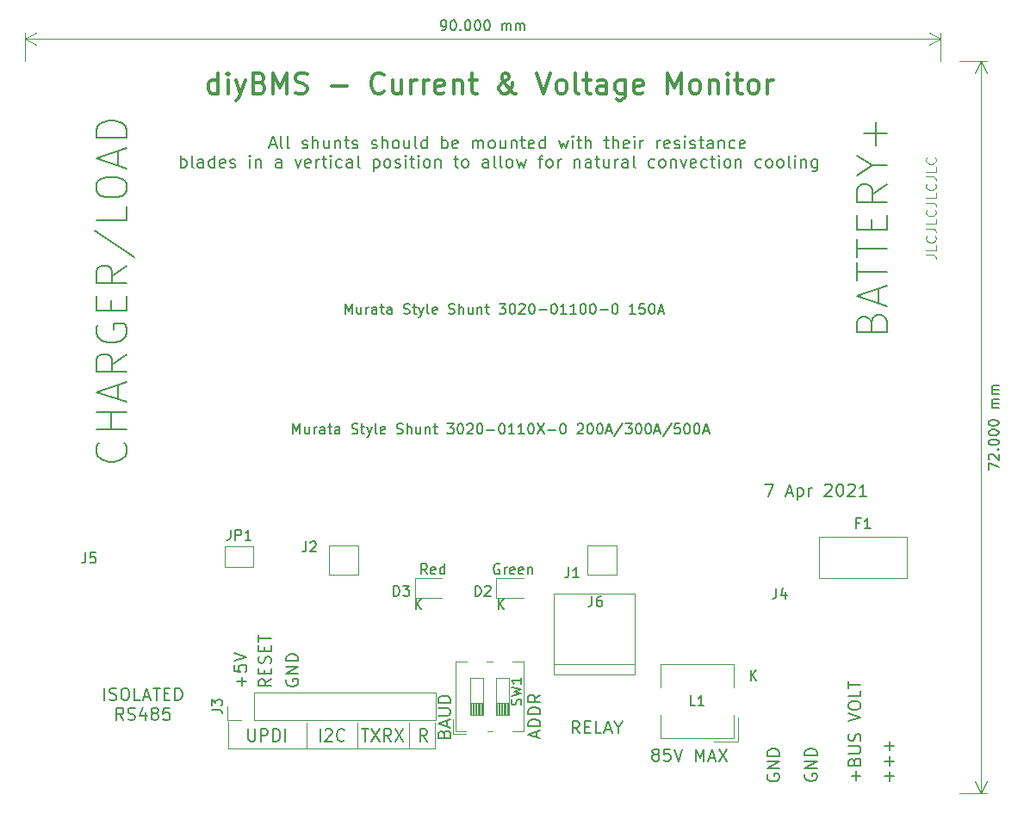
<source format=gbr>
G04 #@! TF.GenerationSoftware,KiCad,Pcbnew,(5.1.5)-3*
G04 #@! TF.CreationDate,2021-04-30T10:03:26+01:00*
G04 #@! TF.ProjectId,CurrentShuntCircuit,43757272-656e-4745-9368-756e74436972,1*
G04 #@! TF.SameCoordinates,Original*
G04 #@! TF.FileFunction,Legend,Top*
G04 #@! TF.FilePolarity,Positive*
%FSLAX46Y46*%
G04 Gerber Fmt 4.6, Leading zero omitted, Abs format (unit mm)*
G04 Created by KiCad (PCBNEW (5.1.5)-3) date 2021-04-30 10:03:26*
%MOMM*%
%LPD*%
G04 APERTURE LIST*
%ADD10C,0.150000*%
%ADD11C,0.120000*%
%ADD12C,0.200000*%
%ADD13C,0.100000*%
%ADD14C,0.300000*%
G04 APERTURE END LIST*
D10*
X190310000Y-124515714D02*
X190310000Y-123944285D01*
X190652857Y-124630000D02*
X189452857Y-124230000D01*
X190652857Y-123830000D01*
X190652857Y-123430000D02*
X189452857Y-123430000D01*
X189452857Y-123144285D01*
X189510000Y-122972857D01*
X189624285Y-122858571D01*
X189738571Y-122801428D01*
X189967142Y-122744285D01*
X190138571Y-122744285D01*
X190367142Y-122801428D01*
X190481428Y-122858571D01*
X190595714Y-122972857D01*
X190652857Y-123144285D01*
X190652857Y-123430000D01*
X190652857Y-122230000D02*
X189452857Y-122230000D01*
X189452857Y-121944285D01*
X189510000Y-121772857D01*
X189624285Y-121658571D01*
X189738571Y-121601428D01*
X189967142Y-121544285D01*
X190138571Y-121544285D01*
X190367142Y-121601428D01*
X190481428Y-121658571D01*
X190595714Y-121772857D01*
X190652857Y-121944285D01*
X190652857Y-122230000D01*
X190652857Y-120344285D02*
X190081428Y-120744285D01*
X190652857Y-121030000D02*
X189452857Y-121030000D01*
X189452857Y-120572857D01*
X189510000Y-120458571D01*
X189567142Y-120401428D01*
X189681428Y-120344285D01*
X189852857Y-120344285D01*
X189967142Y-120401428D01*
X190024285Y-120458571D01*
X190081428Y-120572857D01*
X190081428Y-121030000D01*
D11*
X159970000Y-125610000D02*
X180320000Y-125610000D01*
D12*
X212741428Y-99582857D02*
X213541428Y-99582857D01*
X213027142Y-100782857D01*
X214855714Y-100440000D02*
X215427142Y-100440000D01*
X214741428Y-100782857D02*
X215141428Y-99582857D01*
X215541428Y-100782857D01*
X215941428Y-99982857D02*
X215941428Y-101182857D01*
X215941428Y-100040000D02*
X216055714Y-99982857D01*
X216284285Y-99982857D01*
X216398571Y-100040000D01*
X216455714Y-100097142D01*
X216512857Y-100211428D01*
X216512857Y-100554285D01*
X216455714Y-100668571D01*
X216398571Y-100725714D01*
X216284285Y-100782857D01*
X216055714Y-100782857D01*
X215941428Y-100725714D01*
X217027142Y-100782857D02*
X217027142Y-99982857D01*
X217027142Y-100211428D02*
X217084285Y-100097142D01*
X217141428Y-100040000D01*
X217255714Y-99982857D01*
X217370000Y-99982857D01*
X218627142Y-99697142D02*
X218684285Y-99640000D01*
X218798571Y-99582857D01*
X219084285Y-99582857D01*
X219198571Y-99640000D01*
X219255714Y-99697142D01*
X219312857Y-99811428D01*
X219312857Y-99925714D01*
X219255714Y-100097142D01*
X218570000Y-100782857D01*
X219312857Y-100782857D01*
X220055714Y-99582857D02*
X220170000Y-99582857D01*
X220284285Y-99640000D01*
X220341428Y-99697142D01*
X220398571Y-99811428D01*
X220455714Y-100040000D01*
X220455714Y-100325714D01*
X220398571Y-100554285D01*
X220341428Y-100668571D01*
X220284285Y-100725714D01*
X220170000Y-100782857D01*
X220055714Y-100782857D01*
X219941428Y-100725714D01*
X219884285Y-100668571D01*
X219827142Y-100554285D01*
X219770000Y-100325714D01*
X219770000Y-100040000D01*
X219827142Y-99811428D01*
X219884285Y-99697142D01*
X219941428Y-99640000D01*
X220055714Y-99582857D01*
X220912857Y-99697142D02*
X220970000Y-99640000D01*
X221084285Y-99582857D01*
X221370000Y-99582857D01*
X221484285Y-99640000D01*
X221541428Y-99697142D01*
X221598571Y-99811428D01*
X221598571Y-99925714D01*
X221541428Y-100097142D01*
X220855714Y-100782857D01*
X221598571Y-100782857D01*
X222741428Y-100782857D02*
X222055714Y-100782857D01*
X222398571Y-100782857D02*
X222398571Y-99582857D01*
X222284285Y-99754285D01*
X222170000Y-99868571D01*
X222055714Y-99925714D01*
D13*
X228572380Y-77039047D02*
X229286666Y-77039047D01*
X229429523Y-77086666D01*
X229524761Y-77181904D01*
X229572380Y-77324761D01*
X229572380Y-77420000D01*
X229572380Y-76086666D02*
X229572380Y-76562857D01*
X228572380Y-76562857D01*
X229477142Y-75181904D02*
X229524761Y-75229523D01*
X229572380Y-75372380D01*
X229572380Y-75467619D01*
X229524761Y-75610476D01*
X229429523Y-75705714D01*
X229334285Y-75753333D01*
X229143809Y-75800952D01*
X229000952Y-75800952D01*
X228810476Y-75753333D01*
X228715238Y-75705714D01*
X228620000Y-75610476D01*
X228572380Y-75467619D01*
X228572380Y-75372380D01*
X228620000Y-75229523D01*
X228667619Y-75181904D01*
X228572380Y-74467619D02*
X229286666Y-74467619D01*
X229429523Y-74515238D01*
X229524761Y-74610476D01*
X229572380Y-74753333D01*
X229572380Y-74848571D01*
X229572380Y-73515238D02*
X229572380Y-73991428D01*
X228572380Y-73991428D01*
X229477142Y-72610476D02*
X229524761Y-72658095D01*
X229572380Y-72800952D01*
X229572380Y-72896190D01*
X229524761Y-73039047D01*
X229429523Y-73134285D01*
X229334285Y-73181904D01*
X229143809Y-73229523D01*
X229000952Y-73229523D01*
X228810476Y-73181904D01*
X228715238Y-73134285D01*
X228620000Y-73039047D01*
X228572380Y-72896190D01*
X228572380Y-72800952D01*
X228620000Y-72658095D01*
X228667619Y-72610476D01*
X228572380Y-71896190D02*
X229286666Y-71896190D01*
X229429523Y-71943809D01*
X229524761Y-72039047D01*
X229572380Y-72181904D01*
X229572380Y-72277142D01*
X229572380Y-70943809D02*
X229572380Y-71420000D01*
X228572380Y-71420000D01*
X229477142Y-70039047D02*
X229524761Y-70086666D01*
X229572380Y-70229523D01*
X229572380Y-70324761D01*
X229524761Y-70467619D01*
X229429523Y-70562857D01*
X229334285Y-70610476D01*
X229143809Y-70658095D01*
X229000952Y-70658095D01*
X228810476Y-70610476D01*
X228715238Y-70562857D01*
X228620000Y-70467619D01*
X228572380Y-70324761D01*
X228572380Y-70229523D01*
X228620000Y-70086666D01*
X228667619Y-70039047D01*
X228572380Y-69324761D02*
X229286666Y-69324761D01*
X229429523Y-69372380D01*
X229524761Y-69467619D01*
X229572380Y-69610476D01*
X229572380Y-69705714D01*
X229572380Y-68372380D02*
X229572380Y-68848571D01*
X228572380Y-68848571D01*
X229477142Y-67467619D02*
X229524761Y-67515238D01*
X229572380Y-67658095D01*
X229572380Y-67753333D01*
X229524761Y-67896190D01*
X229429523Y-67991428D01*
X229334285Y-68039047D01*
X229143809Y-68086666D01*
X229000952Y-68086666D01*
X228810476Y-68039047D01*
X228715238Y-67991428D01*
X228620000Y-67896190D01*
X228572380Y-67753333D01*
X228572380Y-67658095D01*
X228620000Y-67515238D01*
X228667619Y-67467619D01*
D12*
X216720000Y-128138571D02*
X216662857Y-128252857D01*
X216662857Y-128424285D01*
X216720000Y-128595714D01*
X216834285Y-128709999D01*
X216948571Y-128767142D01*
X217177142Y-128824285D01*
X217348571Y-128824285D01*
X217577142Y-128767142D01*
X217691428Y-128709999D01*
X217805714Y-128595714D01*
X217862857Y-128424285D01*
X217862857Y-128309999D01*
X217805714Y-128138571D01*
X217748571Y-128081428D01*
X217348571Y-128081428D01*
X217348571Y-128309999D01*
X217862857Y-127567142D02*
X216662857Y-127567142D01*
X217862857Y-126881428D01*
X216662857Y-126881428D01*
X217862857Y-126309999D02*
X216662857Y-126309999D01*
X216662857Y-126024285D01*
X216720000Y-125852857D01*
X216834285Y-125738571D01*
X216948571Y-125681428D01*
X217177142Y-125624285D01*
X217348571Y-125624285D01*
X217577142Y-125681428D01*
X217691428Y-125738571D01*
X217805714Y-125852857D01*
X217862857Y-126024285D01*
X217862857Y-126309999D01*
X221705714Y-128767142D02*
X221705714Y-127852857D01*
X222162857Y-128309999D02*
X221248571Y-128309999D01*
X221534285Y-126881428D02*
X221591428Y-126709999D01*
X221648571Y-126652857D01*
X221762857Y-126595714D01*
X221934285Y-126595714D01*
X222048571Y-126652857D01*
X222105714Y-126709999D01*
X222162857Y-126824285D01*
X222162857Y-127281428D01*
X220962857Y-127281428D01*
X220962857Y-126881428D01*
X221020000Y-126767142D01*
X221077142Y-126709999D01*
X221191428Y-126652857D01*
X221305714Y-126652857D01*
X221420000Y-126709999D01*
X221477142Y-126767142D01*
X221534285Y-126881428D01*
X221534285Y-127281428D01*
X220962857Y-126081428D02*
X221934285Y-126081428D01*
X222048571Y-126024285D01*
X222105714Y-125967142D01*
X222162857Y-125852857D01*
X222162857Y-125624285D01*
X222105714Y-125509999D01*
X222048571Y-125452857D01*
X221934285Y-125395714D01*
X220962857Y-125395714D01*
X222105714Y-124881428D02*
X222162857Y-124709999D01*
X222162857Y-124424285D01*
X222105714Y-124309999D01*
X222048571Y-124252857D01*
X221934285Y-124195714D01*
X221820000Y-124195714D01*
X221705714Y-124252857D01*
X221648571Y-124309999D01*
X221591428Y-124424285D01*
X221534285Y-124652857D01*
X221477142Y-124767142D01*
X221420000Y-124824285D01*
X221305714Y-124881428D01*
X221191428Y-124881428D01*
X221077142Y-124824285D01*
X221020000Y-124767142D01*
X220962857Y-124652857D01*
X220962857Y-124367142D01*
X221020000Y-124195714D01*
X220962857Y-122938571D02*
X222162857Y-122538571D01*
X220962857Y-122138571D01*
X220962857Y-121509999D02*
X220962857Y-121281428D01*
X221020000Y-121167142D01*
X221134285Y-121052857D01*
X221362857Y-120995714D01*
X221762857Y-120995714D01*
X221991428Y-121052857D01*
X222105714Y-121167142D01*
X222162857Y-121281428D01*
X222162857Y-121509999D01*
X222105714Y-121624285D01*
X221991428Y-121738571D01*
X221762857Y-121795714D01*
X221362857Y-121795714D01*
X221134285Y-121738571D01*
X221020000Y-121624285D01*
X220962857Y-121509999D01*
X222162857Y-119909999D02*
X222162857Y-120481428D01*
X220962857Y-120481428D01*
X220962857Y-119681428D02*
X220962857Y-118995714D01*
X222162857Y-119338571D02*
X220962857Y-119338571D01*
D10*
X179541428Y-124902857D02*
X179141428Y-124331428D01*
X178855714Y-124902857D02*
X178855714Y-123702857D01*
X179312857Y-123702857D01*
X179427142Y-123760000D01*
X179484285Y-123817142D01*
X179541428Y-123931428D01*
X179541428Y-124102857D01*
X179484285Y-124217142D01*
X179427142Y-124274285D01*
X179312857Y-124331428D01*
X178855714Y-124331428D01*
D12*
X149721428Y-95528571D02*
X149864285Y-95671428D01*
X150007142Y-96100000D01*
X150007142Y-96385714D01*
X149864285Y-96814285D01*
X149578571Y-97100000D01*
X149292857Y-97242857D01*
X148721428Y-97385714D01*
X148292857Y-97385714D01*
X147721428Y-97242857D01*
X147435714Y-97100000D01*
X147150000Y-96814285D01*
X147007142Y-96385714D01*
X147007142Y-96100000D01*
X147150000Y-95671428D01*
X147292857Y-95528571D01*
X150007142Y-94242857D02*
X147007142Y-94242857D01*
X148435714Y-94242857D02*
X148435714Y-92528571D01*
X150007142Y-92528571D02*
X147007142Y-92528571D01*
X149150000Y-91242857D02*
X149150000Y-89814285D01*
X150007142Y-91528571D02*
X147007142Y-90528571D01*
X150007142Y-89528571D01*
X150007142Y-86814285D02*
X148578571Y-87814285D01*
X150007142Y-88528571D02*
X147007142Y-88528571D01*
X147007142Y-87385714D01*
X147150000Y-87100000D01*
X147292857Y-86957142D01*
X147578571Y-86814285D01*
X148007142Y-86814285D01*
X148292857Y-86957142D01*
X148435714Y-87100000D01*
X148578571Y-87385714D01*
X148578571Y-88528571D01*
X147150000Y-83957142D02*
X147007142Y-84242857D01*
X147007142Y-84671428D01*
X147150000Y-85100000D01*
X147435714Y-85385714D01*
X147721428Y-85528571D01*
X148292857Y-85671428D01*
X148721428Y-85671428D01*
X149292857Y-85528571D01*
X149578571Y-85385714D01*
X149864285Y-85100000D01*
X150007142Y-84671428D01*
X150007142Y-84385714D01*
X149864285Y-83957142D01*
X149721428Y-83814285D01*
X148721428Y-83814285D01*
X148721428Y-84385714D01*
X148435714Y-82528571D02*
X148435714Y-81528571D01*
X150007142Y-81100000D02*
X150007142Y-82528571D01*
X147007142Y-82528571D01*
X147007142Y-81100000D01*
X150007142Y-78100000D02*
X148578571Y-79100000D01*
X150007142Y-79814285D02*
X147007142Y-79814285D01*
X147007142Y-78671428D01*
X147150000Y-78385714D01*
X147292857Y-78242857D01*
X147578571Y-78100000D01*
X148007142Y-78100000D01*
X148292857Y-78242857D01*
X148435714Y-78385714D01*
X148578571Y-78671428D01*
X148578571Y-79814285D01*
X146864285Y-74671428D02*
X150721428Y-77242857D01*
X150007142Y-72242857D02*
X150007142Y-73671428D01*
X147007142Y-73671428D01*
X147007142Y-70671428D02*
X147007142Y-70100000D01*
X147150000Y-69814285D01*
X147435714Y-69528571D01*
X148007142Y-69385714D01*
X149007142Y-69385714D01*
X149578571Y-69528571D01*
X149864285Y-69814285D01*
X150007142Y-70100000D01*
X150007142Y-70671428D01*
X149864285Y-70957142D01*
X149578571Y-71242857D01*
X149007142Y-71385714D01*
X148007142Y-71385714D01*
X147435714Y-71242857D01*
X147150000Y-70957142D01*
X147007142Y-70671428D01*
X149150000Y-68242857D02*
X149150000Y-66814285D01*
X150007142Y-68528571D02*
X147007142Y-67528571D01*
X150007142Y-66528571D01*
X150007142Y-65528571D02*
X147007142Y-65528571D01*
X147007142Y-64814285D01*
X147150000Y-64385714D01*
X147435714Y-64100000D01*
X147721428Y-63957142D01*
X148292857Y-63814285D01*
X148721428Y-63814285D01*
X149292857Y-63957142D01*
X149578571Y-64100000D01*
X149864285Y-64385714D01*
X150007142Y-64814285D01*
X150007142Y-65528571D01*
X223185714Y-83671428D02*
X223328571Y-83242857D01*
X223471428Y-83100000D01*
X223757142Y-82957143D01*
X224185714Y-82957143D01*
X224471428Y-83100000D01*
X224614285Y-83242857D01*
X224757142Y-83528571D01*
X224757142Y-84671428D01*
X221757142Y-84671428D01*
X221757142Y-83671428D01*
X221900000Y-83385714D01*
X222042857Y-83242857D01*
X222328571Y-83100000D01*
X222614285Y-83100000D01*
X222900000Y-83242857D01*
X223042857Y-83385714D01*
X223185714Y-83671428D01*
X223185714Y-84671428D01*
X223900000Y-81814286D02*
X223900000Y-80385714D01*
X224757142Y-82100000D02*
X221757142Y-81100000D01*
X224757142Y-80100000D01*
X221757142Y-79528571D02*
X221757142Y-77814286D01*
X224757142Y-78671428D02*
X221757142Y-78671428D01*
X221757142Y-77242857D02*
X221757142Y-75528571D01*
X224757142Y-76385714D02*
X221757142Y-76385714D01*
X223185714Y-74528571D02*
X223185714Y-73528571D01*
X224757142Y-73100000D02*
X224757142Y-74528571D01*
X221757142Y-74528571D01*
X221757142Y-73100000D01*
X224757142Y-70100000D02*
X223328571Y-71100000D01*
X224757142Y-71814286D02*
X221757142Y-71814286D01*
X221757142Y-70671428D01*
X221900000Y-70385714D01*
X222042857Y-70242857D01*
X222328571Y-70100000D01*
X222757142Y-70100000D01*
X223042857Y-70242857D01*
X223185714Y-70385714D01*
X223328571Y-70671428D01*
X223328571Y-71814286D01*
X223328571Y-68242857D02*
X224757142Y-68242857D01*
X221757142Y-69242857D02*
X223328571Y-68242857D01*
X221757142Y-67242857D01*
X223614285Y-66242857D02*
X223614285Y-63957143D01*
X224757142Y-65100000D02*
X222471428Y-65100000D01*
X224985714Y-128797143D02*
X224985714Y-127882857D01*
X225442857Y-128340000D02*
X224528571Y-128340000D01*
X224985714Y-127311428D02*
X224985714Y-126397143D01*
X225442857Y-126854286D02*
X224528571Y-126854286D01*
X224985714Y-125825714D02*
X224985714Y-124911428D01*
X225442857Y-125368571D02*
X224528571Y-125368571D01*
X213020000Y-128168571D02*
X212962857Y-128282857D01*
X212962857Y-128454286D01*
X213020000Y-128625714D01*
X213134285Y-128740000D01*
X213248571Y-128797143D01*
X213477142Y-128854286D01*
X213648571Y-128854286D01*
X213877142Y-128797143D01*
X213991428Y-128740000D01*
X214105714Y-128625714D01*
X214162857Y-128454286D01*
X214162857Y-128340000D01*
X214105714Y-128168571D01*
X214048571Y-128111428D01*
X213648571Y-128111428D01*
X213648571Y-128340000D01*
X214162857Y-127597143D02*
X212962857Y-127597143D01*
X214162857Y-126911428D01*
X212962857Y-126911428D01*
X214162857Y-126340000D02*
X212962857Y-126340000D01*
X212962857Y-126054286D01*
X213020000Y-125882857D01*
X213134285Y-125768571D01*
X213248571Y-125711428D01*
X213477142Y-125654286D01*
X213648571Y-125654286D01*
X213877142Y-125711428D01*
X213991428Y-125768571D01*
X214105714Y-125882857D01*
X214162857Y-126054286D01*
X214162857Y-126340000D01*
X194504285Y-124122857D02*
X194104285Y-123551428D01*
X193818571Y-124122857D02*
X193818571Y-122922857D01*
X194275714Y-122922857D01*
X194390000Y-122980000D01*
X194447142Y-123037142D01*
X194504285Y-123151428D01*
X194504285Y-123322857D01*
X194447142Y-123437142D01*
X194390000Y-123494285D01*
X194275714Y-123551428D01*
X193818571Y-123551428D01*
X195018571Y-123494285D02*
X195418571Y-123494285D01*
X195590000Y-124122857D02*
X195018571Y-124122857D01*
X195018571Y-122922857D01*
X195590000Y-122922857D01*
X196675714Y-124122857D02*
X196104285Y-124122857D01*
X196104285Y-122922857D01*
X197018571Y-123780000D02*
X197590000Y-123780000D01*
X196904285Y-124122857D02*
X197304285Y-122922857D01*
X197704285Y-124122857D01*
X198332857Y-123551428D02*
X198332857Y-124122857D01*
X197932857Y-122922857D02*
X198332857Y-123551428D01*
X198732857Y-122922857D01*
X201881428Y-126187142D02*
X201767142Y-126130000D01*
X201710000Y-126072857D01*
X201652857Y-125958571D01*
X201652857Y-125901428D01*
X201710000Y-125787142D01*
X201767142Y-125730000D01*
X201881428Y-125672857D01*
X202110000Y-125672857D01*
X202224285Y-125730000D01*
X202281428Y-125787142D01*
X202338571Y-125901428D01*
X202338571Y-125958571D01*
X202281428Y-126072857D01*
X202224285Y-126130000D01*
X202110000Y-126187142D01*
X201881428Y-126187142D01*
X201767142Y-126244285D01*
X201710000Y-126301428D01*
X201652857Y-126415714D01*
X201652857Y-126644285D01*
X201710000Y-126758571D01*
X201767142Y-126815714D01*
X201881428Y-126872857D01*
X202110000Y-126872857D01*
X202224285Y-126815714D01*
X202281428Y-126758571D01*
X202338571Y-126644285D01*
X202338571Y-126415714D01*
X202281428Y-126301428D01*
X202224285Y-126244285D01*
X202110000Y-126187142D01*
X203424285Y-125672857D02*
X202852857Y-125672857D01*
X202795714Y-126244285D01*
X202852857Y-126187142D01*
X202967142Y-126130000D01*
X203252857Y-126130000D01*
X203367142Y-126187142D01*
X203424285Y-126244285D01*
X203481428Y-126358571D01*
X203481428Y-126644285D01*
X203424285Y-126758571D01*
X203367142Y-126815714D01*
X203252857Y-126872857D01*
X202967142Y-126872857D01*
X202852857Y-126815714D01*
X202795714Y-126758571D01*
X203824285Y-125672857D02*
X204224285Y-126872857D01*
X204624285Y-125672857D01*
X205938571Y-126872857D02*
X205938571Y-125672857D01*
X206338571Y-126530000D01*
X206738571Y-125672857D01*
X206738571Y-126872857D01*
X207252857Y-126530000D02*
X207824285Y-126530000D01*
X207138571Y-126872857D02*
X207538571Y-125672857D01*
X207938571Y-126872857D01*
X208224285Y-125672857D02*
X209024285Y-126872857D01*
X209024285Y-125672857D02*
X208224285Y-126872857D01*
D14*
X158985714Y-61154761D02*
X158985714Y-59154761D01*
X158985714Y-61059523D02*
X158795238Y-61154761D01*
X158414285Y-61154761D01*
X158223809Y-61059523D01*
X158128571Y-60964285D01*
X158033333Y-60773809D01*
X158033333Y-60202380D01*
X158128571Y-60011904D01*
X158223809Y-59916666D01*
X158414285Y-59821428D01*
X158795238Y-59821428D01*
X158985714Y-59916666D01*
X159938095Y-61154761D02*
X159938095Y-59821428D01*
X159938095Y-59154761D02*
X159842857Y-59250000D01*
X159938095Y-59345238D01*
X160033333Y-59250000D01*
X159938095Y-59154761D01*
X159938095Y-59345238D01*
X160700000Y-59821428D02*
X161176190Y-61154761D01*
X161652380Y-59821428D02*
X161176190Y-61154761D01*
X160985714Y-61630952D01*
X160890476Y-61726190D01*
X160700000Y-61821428D01*
X163080952Y-60107142D02*
X163366666Y-60202380D01*
X163461904Y-60297619D01*
X163557142Y-60488095D01*
X163557142Y-60773809D01*
X163461904Y-60964285D01*
X163366666Y-61059523D01*
X163176190Y-61154761D01*
X162414285Y-61154761D01*
X162414285Y-59154761D01*
X163080952Y-59154761D01*
X163271428Y-59250000D01*
X163366666Y-59345238D01*
X163461904Y-59535714D01*
X163461904Y-59726190D01*
X163366666Y-59916666D01*
X163271428Y-60011904D01*
X163080952Y-60107142D01*
X162414285Y-60107142D01*
X164414285Y-61154761D02*
X164414285Y-59154761D01*
X165080952Y-60583333D01*
X165747619Y-59154761D01*
X165747619Y-61154761D01*
X166604761Y-61059523D02*
X166890476Y-61154761D01*
X167366666Y-61154761D01*
X167557142Y-61059523D01*
X167652380Y-60964285D01*
X167747619Y-60773809D01*
X167747619Y-60583333D01*
X167652380Y-60392857D01*
X167557142Y-60297619D01*
X167366666Y-60202380D01*
X166985714Y-60107142D01*
X166795238Y-60011904D01*
X166700000Y-59916666D01*
X166604761Y-59726190D01*
X166604761Y-59535714D01*
X166700000Y-59345238D01*
X166795238Y-59250000D01*
X166985714Y-59154761D01*
X167461904Y-59154761D01*
X167747619Y-59250000D01*
X170128571Y-60392857D02*
X171652380Y-60392857D01*
X175271428Y-60964285D02*
X175176190Y-61059523D01*
X174890476Y-61154761D01*
X174700000Y-61154761D01*
X174414285Y-61059523D01*
X174223809Y-60869047D01*
X174128571Y-60678571D01*
X174033333Y-60297619D01*
X174033333Y-60011904D01*
X174128571Y-59630952D01*
X174223809Y-59440476D01*
X174414285Y-59250000D01*
X174700000Y-59154761D01*
X174890476Y-59154761D01*
X175176190Y-59250000D01*
X175271428Y-59345238D01*
X176985714Y-59821428D02*
X176985714Y-61154761D01*
X176128571Y-59821428D02*
X176128571Y-60869047D01*
X176223809Y-61059523D01*
X176414285Y-61154761D01*
X176700000Y-61154761D01*
X176890476Y-61059523D01*
X176985714Y-60964285D01*
X177938095Y-61154761D02*
X177938095Y-59821428D01*
X177938095Y-60202380D02*
X178033333Y-60011904D01*
X178128571Y-59916666D01*
X178319047Y-59821428D01*
X178509523Y-59821428D01*
X179176190Y-61154761D02*
X179176190Y-59821428D01*
X179176190Y-60202380D02*
X179271428Y-60011904D01*
X179366666Y-59916666D01*
X179557142Y-59821428D01*
X179747619Y-59821428D01*
X181176190Y-61059523D02*
X180985714Y-61154761D01*
X180604761Y-61154761D01*
X180414285Y-61059523D01*
X180319047Y-60869047D01*
X180319047Y-60107142D01*
X180414285Y-59916666D01*
X180604761Y-59821428D01*
X180985714Y-59821428D01*
X181176190Y-59916666D01*
X181271428Y-60107142D01*
X181271428Y-60297619D01*
X180319047Y-60488095D01*
X182128571Y-59821428D02*
X182128571Y-61154761D01*
X182128571Y-60011904D02*
X182223809Y-59916666D01*
X182414285Y-59821428D01*
X182700000Y-59821428D01*
X182890476Y-59916666D01*
X182985714Y-60107142D01*
X182985714Y-61154761D01*
X183652380Y-59821428D02*
X184414285Y-59821428D01*
X183938095Y-59154761D02*
X183938095Y-60869047D01*
X184033333Y-61059523D01*
X184223809Y-61154761D01*
X184414285Y-61154761D01*
X188223809Y-61154761D02*
X188128571Y-61154761D01*
X187938095Y-61059523D01*
X187652380Y-60773809D01*
X187176190Y-60202380D01*
X186985714Y-59916666D01*
X186890476Y-59630952D01*
X186890476Y-59440476D01*
X186985714Y-59250000D01*
X187176190Y-59154761D01*
X187271428Y-59154761D01*
X187461904Y-59250000D01*
X187557142Y-59440476D01*
X187557142Y-59535714D01*
X187461904Y-59726190D01*
X187366666Y-59821428D01*
X186795238Y-60202380D01*
X186700000Y-60297619D01*
X186604761Y-60488095D01*
X186604761Y-60773809D01*
X186700000Y-60964285D01*
X186795238Y-61059523D01*
X186985714Y-61154761D01*
X187271428Y-61154761D01*
X187461904Y-61059523D01*
X187557142Y-60964285D01*
X187842857Y-60583333D01*
X187938095Y-60297619D01*
X187938095Y-60107142D01*
X190319047Y-59154761D02*
X190985714Y-61154761D01*
X191652380Y-59154761D01*
X192604761Y-61154761D02*
X192414285Y-61059523D01*
X192319047Y-60964285D01*
X192223809Y-60773809D01*
X192223809Y-60202380D01*
X192319047Y-60011904D01*
X192414285Y-59916666D01*
X192604761Y-59821428D01*
X192890476Y-59821428D01*
X193080952Y-59916666D01*
X193176190Y-60011904D01*
X193271428Y-60202380D01*
X193271428Y-60773809D01*
X193176190Y-60964285D01*
X193080952Y-61059523D01*
X192890476Y-61154761D01*
X192604761Y-61154761D01*
X194414285Y-61154761D02*
X194223809Y-61059523D01*
X194128571Y-60869047D01*
X194128571Y-59154761D01*
X194890476Y-59821428D02*
X195652380Y-59821428D01*
X195176190Y-59154761D02*
X195176190Y-60869047D01*
X195271428Y-61059523D01*
X195461904Y-61154761D01*
X195652380Y-61154761D01*
X197176190Y-61154761D02*
X197176190Y-60107142D01*
X197080952Y-59916666D01*
X196890476Y-59821428D01*
X196509523Y-59821428D01*
X196319047Y-59916666D01*
X197176190Y-61059523D02*
X196985714Y-61154761D01*
X196509523Y-61154761D01*
X196319047Y-61059523D01*
X196223809Y-60869047D01*
X196223809Y-60678571D01*
X196319047Y-60488095D01*
X196509523Y-60392857D01*
X196985714Y-60392857D01*
X197176190Y-60297619D01*
X198985714Y-59821428D02*
X198985714Y-61440476D01*
X198890476Y-61630952D01*
X198795238Y-61726190D01*
X198604761Y-61821428D01*
X198319047Y-61821428D01*
X198128571Y-61726190D01*
X198985714Y-61059523D02*
X198795238Y-61154761D01*
X198414285Y-61154761D01*
X198223809Y-61059523D01*
X198128571Y-60964285D01*
X198033333Y-60773809D01*
X198033333Y-60202380D01*
X198128571Y-60011904D01*
X198223809Y-59916666D01*
X198414285Y-59821428D01*
X198795238Y-59821428D01*
X198985714Y-59916666D01*
X200700000Y-61059523D02*
X200509523Y-61154761D01*
X200128571Y-61154761D01*
X199938095Y-61059523D01*
X199842857Y-60869047D01*
X199842857Y-60107142D01*
X199938095Y-59916666D01*
X200128571Y-59821428D01*
X200509523Y-59821428D01*
X200700000Y-59916666D01*
X200795238Y-60107142D01*
X200795238Y-60297619D01*
X199842857Y-60488095D01*
X203176190Y-61154761D02*
X203176190Y-59154761D01*
X203842857Y-60583333D01*
X204509523Y-59154761D01*
X204509523Y-61154761D01*
X205747619Y-61154761D02*
X205557142Y-61059523D01*
X205461904Y-60964285D01*
X205366666Y-60773809D01*
X205366666Y-60202380D01*
X205461904Y-60011904D01*
X205557142Y-59916666D01*
X205747619Y-59821428D01*
X206033333Y-59821428D01*
X206223809Y-59916666D01*
X206319047Y-60011904D01*
X206414285Y-60202380D01*
X206414285Y-60773809D01*
X206319047Y-60964285D01*
X206223809Y-61059523D01*
X206033333Y-61154761D01*
X205747619Y-61154761D01*
X207271428Y-59821428D02*
X207271428Y-61154761D01*
X207271428Y-60011904D02*
X207366666Y-59916666D01*
X207557142Y-59821428D01*
X207842857Y-59821428D01*
X208033333Y-59916666D01*
X208128571Y-60107142D01*
X208128571Y-61154761D01*
X209080952Y-61154761D02*
X209080952Y-59821428D01*
X209080952Y-59154761D02*
X208985714Y-59250000D01*
X209080952Y-59345238D01*
X209176190Y-59250000D01*
X209080952Y-59154761D01*
X209080952Y-59345238D01*
X209747619Y-59821428D02*
X210509523Y-59821428D01*
X210033333Y-59154761D02*
X210033333Y-60869047D01*
X210128571Y-61059523D01*
X210319047Y-61154761D01*
X210509523Y-61154761D01*
X211461904Y-61154761D02*
X211271428Y-61059523D01*
X211176190Y-60964285D01*
X211080952Y-60773809D01*
X211080952Y-60202380D01*
X211176190Y-60011904D01*
X211271428Y-59916666D01*
X211461904Y-59821428D01*
X211747619Y-59821428D01*
X211938095Y-59916666D01*
X212033333Y-60011904D01*
X212128571Y-60202380D01*
X212128571Y-60773809D01*
X212033333Y-60964285D01*
X211938095Y-61059523D01*
X211747619Y-61154761D01*
X211461904Y-61154761D01*
X212985714Y-61154761D02*
X212985714Y-59821428D01*
X212985714Y-60202380D02*
X213080952Y-60011904D01*
X213176190Y-59916666D01*
X213366666Y-59821428D01*
X213557142Y-59821428D01*
D10*
X178398095Y-111922380D02*
X178398095Y-110922380D01*
X178969523Y-111922380D02*
X178540952Y-111350952D01*
X178969523Y-110922380D02*
X178398095Y-111493809D01*
X186528095Y-111922380D02*
X186528095Y-110922380D01*
X187099523Y-111922380D02*
X186670952Y-111350952D01*
X187099523Y-110922380D02*
X186528095Y-111493809D01*
X211348095Y-118942380D02*
X211348095Y-117942380D01*
X211919523Y-118942380D02*
X211490952Y-118370952D01*
X211919523Y-117942380D02*
X211348095Y-118513809D01*
X179528571Y-108452380D02*
X179195238Y-107976190D01*
X178957142Y-108452380D02*
X178957142Y-107452380D01*
X179338095Y-107452380D01*
X179433333Y-107500000D01*
X179480952Y-107547619D01*
X179528571Y-107642857D01*
X179528571Y-107785714D01*
X179480952Y-107880952D01*
X179433333Y-107928571D01*
X179338095Y-107976190D01*
X178957142Y-107976190D01*
X180338095Y-108404761D02*
X180242857Y-108452380D01*
X180052380Y-108452380D01*
X179957142Y-108404761D01*
X179909523Y-108309523D01*
X179909523Y-107928571D01*
X179957142Y-107833333D01*
X180052380Y-107785714D01*
X180242857Y-107785714D01*
X180338095Y-107833333D01*
X180385714Y-107928571D01*
X180385714Y-108023809D01*
X179909523Y-108119047D01*
X181242857Y-108452380D02*
X181242857Y-107452380D01*
X181242857Y-108404761D02*
X181147619Y-108452380D01*
X180957142Y-108452380D01*
X180861904Y-108404761D01*
X180814285Y-108357142D01*
X180766666Y-108261904D01*
X180766666Y-107976190D01*
X180814285Y-107880952D01*
X180861904Y-107833333D01*
X180957142Y-107785714D01*
X181147619Y-107785714D01*
X181242857Y-107833333D01*
X186642857Y-107500000D02*
X186547619Y-107452380D01*
X186404761Y-107452380D01*
X186261904Y-107500000D01*
X186166666Y-107595238D01*
X186119047Y-107690476D01*
X186071428Y-107880952D01*
X186071428Y-108023809D01*
X186119047Y-108214285D01*
X186166666Y-108309523D01*
X186261904Y-108404761D01*
X186404761Y-108452380D01*
X186500000Y-108452380D01*
X186642857Y-108404761D01*
X186690476Y-108357142D01*
X186690476Y-108023809D01*
X186500000Y-108023809D01*
X187119047Y-108452380D02*
X187119047Y-107785714D01*
X187119047Y-107976190D02*
X187166666Y-107880952D01*
X187214285Y-107833333D01*
X187309523Y-107785714D01*
X187404761Y-107785714D01*
X188119047Y-108404761D02*
X188023809Y-108452380D01*
X187833333Y-108452380D01*
X187738095Y-108404761D01*
X187690476Y-108309523D01*
X187690476Y-107928571D01*
X187738095Y-107833333D01*
X187833333Y-107785714D01*
X188023809Y-107785714D01*
X188119047Y-107833333D01*
X188166666Y-107928571D01*
X188166666Y-108023809D01*
X187690476Y-108119047D01*
X188976190Y-108404761D02*
X188880952Y-108452380D01*
X188690476Y-108452380D01*
X188595238Y-108404761D01*
X188547619Y-108309523D01*
X188547619Y-107928571D01*
X188595238Y-107833333D01*
X188690476Y-107785714D01*
X188880952Y-107785714D01*
X188976190Y-107833333D01*
X189023809Y-107928571D01*
X189023809Y-108023809D01*
X188547619Y-108119047D01*
X189452380Y-107785714D02*
X189452380Y-108452380D01*
X189452380Y-107880952D02*
X189500000Y-107833333D01*
X189595238Y-107785714D01*
X189738095Y-107785714D01*
X189833333Y-107833333D01*
X189880952Y-107928571D01*
X189880952Y-108452380D01*
X147800000Y-120867857D02*
X147800000Y-119667857D01*
X148314285Y-120810714D02*
X148485714Y-120867857D01*
X148771428Y-120867857D01*
X148885714Y-120810714D01*
X148942857Y-120753571D01*
X149000000Y-120639285D01*
X149000000Y-120525000D01*
X148942857Y-120410714D01*
X148885714Y-120353571D01*
X148771428Y-120296428D01*
X148542857Y-120239285D01*
X148428571Y-120182142D01*
X148371428Y-120125000D01*
X148314285Y-120010714D01*
X148314285Y-119896428D01*
X148371428Y-119782142D01*
X148428571Y-119725000D01*
X148542857Y-119667857D01*
X148828571Y-119667857D01*
X149000000Y-119725000D01*
X149742857Y-119667857D02*
X149971428Y-119667857D01*
X150085714Y-119725000D01*
X150200000Y-119839285D01*
X150257142Y-120067857D01*
X150257142Y-120467857D01*
X150200000Y-120696428D01*
X150085714Y-120810714D01*
X149971428Y-120867857D01*
X149742857Y-120867857D01*
X149628571Y-120810714D01*
X149514285Y-120696428D01*
X149457142Y-120467857D01*
X149457142Y-120067857D01*
X149514285Y-119839285D01*
X149628571Y-119725000D01*
X149742857Y-119667857D01*
X151342857Y-120867857D02*
X150771428Y-120867857D01*
X150771428Y-119667857D01*
X151685714Y-120525000D02*
X152257142Y-120525000D01*
X151571428Y-120867857D02*
X151971428Y-119667857D01*
X152371428Y-120867857D01*
X152600000Y-119667857D02*
X153285714Y-119667857D01*
X152942857Y-120867857D02*
X152942857Y-119667857D01*
X153685714Y-120239285D02*
X154085714Y-120239285D01*
X154257142Y-120867857D02*
X153685714Y-120867857D01*
X153685714Y-119667857D01*
X154257142Y-119667857D01*
X154771428Y-120867857D02*
X154771428Y-119667857D01*
X155057142Y-119667857D01*
X155228571Y-119725000D01*
X155342857Y-119839285D01*
X155400000Y-119953571D01*
X155457142Y-120182142D01*
X155457142Y-120353571D01*
X155400000Y-120582142D01*
X155342857Y-120696428D01*
X155228571Y-120810714D01*
X155057142Y-120867857D01*
X154771428Y-120867857D01*
X149685714Y-122817857D02*
X149285714Y-122246428D01*
X149000000Y-122817857D02*
X149000000Y-121617857D01*
X149457142Y-121617857D01*
X149571428Y-121675000D01*
X149628571Y-121732142D01*
X149685714Y-121846428D01*
X149685714Y-122017857D01*
X149628571Y-122132142D01*
X149571428Y-122189285D01*
X149457142Y-122246428D01*
X149000000Y-122246428D01*
X150142857Y-122760714D02*
X150314285Y-122817857D01*
X150600000Y-122817857D01*
X150714285Y-122760714D01*
X150771428Y-122703571D01*
X150828571Y-122589285D01*
X150828571Y-122475000D01*
X150771428Y-122360714D01*
X150714285Y-122303571D01*
X150600000Y-122246428D01*
X150371428Y-122189285D01*
X150257142Y-122132142D01*
X150200000Y-122075000D01*
X150142857Y-121960714D01*
X150142857Y-121846428D01*
X150200000Y-121732142D01*
X150257142Y-121675000D01*
X150371428Y-121617857D01*
X150657142Y-121617857D01*
X150828571Y-121675000D01*
X151857142Y-122017857D02*
X151857142Y-122817857D01*
X151571428Y-121560714D02*
X151285714Y-122417857D01*
X152028571Y-122417857D01*
X152657142Y-122132142D02*
X152542857Y-122075000D01*
X152485714Y-122017857D01*
X152428571Y-121903571D01*
X152428571Y-121846428D01*
X152485714Y-121732142D01*
X152542857Y-121675000D01*
X152657142Y-121617857D01*
X152885714Y-121617857D01*
X153000000Y-121675000D01*
X153057142Y-121732142D01*
X153114285Y-121846428D01*
X153114285Y-121903571D01*
X153057142Y-122017857D01*
X153000000Y-122075000D01*
X152885714Y-122132142D01*
X152657142Y-122132142D01*
X152542857Y-122189285D01*
X152485714Y-122246428D01*
X152428571Y-122360714D01*
X152428571Y-122589285D01*
X152485714Y-122703571D01*
X152542857Y-122760714D01*
X152657142Y-122817857D01*
X152885714Y-122817857D01*
X153000000Y-122760714D01*
X153057142Y-122703571D01*
X153114285Y-122589285D01*
X153114285Y-122360714D01*
X153057142Y-122246428D01*
X153000000Y-122189285D01*
X152885714Y-122132142D01*
X154200000Y-121617857D02*
X153628571Y-121617857D01*
X153571428Y-122189285D01*
X153628571Y-122132142D01*
X153742857Y-122075000D01*
X154028571Y-122075000D01*
X154142857Y-122132142D01*
X154200000Y-122189285D01*
X154257142Y-122303571D01*
X154257142Y-122589285D01*
X154200000Y-122703571D01*
X154142857Y-122760714D01*
X154028571Y-122817857D01*
X153742857Y-122817857D01*
X153628571Y-122760714D01*
X153571428Y-122703571D01*
X165730000Y-118848214D02*
X165672857Y-118962500D01*
X165672857Y-119133928D01*
X165730000Y-119305357D01*
X165844285Y-119419642D01*
X165958571Y-119476785D01*
X166187142Y-119533928D01*
X166358571Y-119533928D01*
X166587142Y-119476785D01*
X166701428Y-119419642D01*
X166815714Y-119305357D01*
X166872857Y-119133928D01*
X166872857Y-119019642D01*
X166815714Y-118848214D01*
X166758571Y-118791071D01*
X166358571Y-118791071D01*
X166358571Y-119019642D01*
X166872857Y-118276785D02*
X165672857Y-118276785D01*
X166872857Y-117591071D01*
X165672857Y-117591071D01*
X166872857Y-117019642D02*
X165672857Y-117019642D01*
X165672857Y-116733928D01*
X165730000Y-116562500D01*
X165844285Y-116448214D01*
X165958571Y-116391071D01*
X166187142Y-116333928D01*
X166358571Y-116333928D01*
X166587142Y-116391071D01*
X166701428Y-116448214D01*
X166815714Y-116562500D01*
X166872857Y-116733928D01*
X166872857Y-117019642D01*
X164172857Y-118791071D02*
X163601428Y-119191071D01*
X164172857Y-119476785D02*
X162972857Y-119476785D01*
X162972857Y-119019642D01*
X163030000Y-118905357D01*
X163087142Y-118848214D01*
X163201428Y-118791071D01*
X163372857Y-118791071D01*
X163487142Y-118848214D01*
X163544285Y-118905357D01*
X163601428Y-119019642D01*
X163601428Y-119476785D01*
X163544285Y-118276785D02*
X163544285Y-117876785D01*
X164172857Y-117705357D02*
X164172857Y-118276785D01*
X162972857Y-118276785D01*
X162972857Y-117705357D01*
X164115714Y-117248214D02*
X164172857Y-117076785D01*
X164172857Y-116791071D01*
X164115714Y-116676785D01*
X164058571Y-116619642D01*
X163944285Y-116562500D01*
X163830000Y-116562500D01*
X163715714Y-116619642D01*
X163658571Y-116676785D01*
X163601428Y-116791071D01*
X163544285Y-117019642D01*
X163487142Y-117133928D01*
X163430000Y-117191071D01*
X163315714Y-117248214D01*
X163201428Y-117248214D01*
X163087142Y-117191071D01*
X163030000Y-117133928D01*
X162972857Y-117019642D01*
X162972857Y-116733928D01*
X163030000Y-116562500D01*
X163544285Y-116048214D02*
X163544285Y-115648214D01*
X164172857Y-115476785D02*
X164172857Y-116048214D01*
X162972857Y-116048214D01*
X162972857Y-115476785D01*
X162972857Y-115133928D02*
X162972857Y-114448214D01*
X164172857Y-114791071D02*
X162972857Y-114791071D01*
X161315714Y-119476785D02*
X161315714Y-118562500D01*
X161772857Y-119019642D02*
X160858571Y-119019642D01*
X160572857Y-117419642D02*
X160572857Y-117991071D01*
X161144285Y-118048214D01*
X161087142Y-117991071D01*
X161030000Y-117876785D01*
X161030000Y-117591071D01*
X161087142Y-117476785D01*
X161144285Y-117419642D01*
X161258571Y-117362500D01*
X161544285Y-117362500D01*
X161658571Y-117419642D01*
X161715714Y-117476785D01*
X161772857Y-117591071D01*
X161772857Y-117876785D01*
X161715714Y-117991071D01*
X161658571Y-118048214D01*
X160572857Y-117019642D02*
X161772857Y-116619642D01*
X160572857Y-116219642D01*
X173084285Y-123702857D02*
X173770000Y-123702857D01*
X173427142Y-124902857D02*
X173427142Y-123702857D01*
X174055714Y-123702857D02*
X174855714Y-124902857D01*
X174855714Y-123702857D02*
X174055714Y-124902857D01*
X175998571Y-124902857D02*
X175598571Y-124331428D01*
X175312857Y-124902857D02*
X175312857Y-123702857D01*
X175770000Y-123702857D01*
X175884285Y-123760000D01*
X175941428Y-123817142D01*
X175998571Y-123931428D01*
X175998571Y-124102857D01*
X175941428Y-124217142D01*
X175884285Y-124274285D01*
X175770000Y-124331428D01*
X175312857Y-124331428D01*
X176398571Y-123702857D02*
X177198571Y-124902857D01*
X177198571Y-123702857D02*
X176398571Y-124902857D01*
X168998571Y-124902857D02*
X168998571Y-123702857D01*
X169512857Y-123817142D02*
X169570000Y-123760000D01*
X169684285Y-123702857D01*
X169970000Y-123702857D01*
X170084285Y-123760000D01*
X170141428Y-123817142D01*
X170198571Y-123931428D01*
X170198571Y-124045714D01*
X170141428Y-124217142D01*
X169455714Y-124902857D01*
X170198571Y-124902857D01*
X171398571Y-124788571D02*
X171341428Y-124845714D01*
X171170000Y-124902857D01*
X171055714Y-124902857D01*
X170884285Y-124845714D01*
X170770000Y-124731428D01*
X170712857Y-124617142D01*
X170655714Y-124388571D01*
X170655714Y-124217142D01*
X170712857Y-123988571D01*
X170770000Y-123874285D01*
X170884285Y-123760000D01*
X171055714Y-123702857D01*
X171170000Y-123702857D01*
X171341428Y-123760000D01*
X171398571Y-123817142D01*
D11*
X177770000Y-123060000D02*
X177770000Y-125610000D01*
X172670000Y-123060000D02*
X172670000Y-125610000D01*
X167670000Y-123060000D02*
X167670000Y-125610000D01*
X159970000Y-122960000D02*
X159970000Y-125610000D01*
D10*
X161941428Y-123702857D02*
X161941428Y-124674285D01*
X161998571Y-124788571D01*
X162055714Y-124845714D01*
X162170000Y-124902857D01*
X162398571Y-124902857D01*
X162512857Y-124845714D01*
X162570000Y-124788571D01*
X162627142Y-124674285D01*
X162627142Y-123702857D01*
X163198571Y-124902857D02*
X163198571Y-123702857D01*
X163655714Y-123702857D01*
X163770000Y-123760000D01*
X163827142Y-123817142D01*
X163884285Y-123931428D01*
X163884285Y-124102857D01*
X163827142Y-124217142D01*
X163770000Y-124274285D01*
X163655714Y-124331428D01*
X163198571Y-124331428D01*
X164398571Y-124902857D02*
X164398571Y-123702857D01*
X164684285Y-123702857D01*
X164855714Y-123760000D01*
X164970000Y-123874285D01*
X165027142Y-123988571D01*
X165084285Y-124217142D01*
X165084285Y-124388571D01*
X165027142Y-124617142D01*
X164970000Y-124731428D01*
X164855714Y-124845714D01*
X164684285Y-124902857D01*
X164398571Y-124902857D01*
X165598571Y-124902857D02*
X165598571Y-123702857D01*
D11*
X180320000Y-123110000D02*
X180320000Y-125610000D01*
D10*
X181194285Y-124187142D02*
X181251428Y-124015714D01*
X181308571Y-123958571D01*
X181422857Y-123901428D01*
X181594285Y-123901428D01*
X181708571Y-123958571D01*
X181765714Y-124015714D01*
X181822857Y-124130000D01*
X181822857Y-124587142D01*
X180622857Y-124587142D01*
X180622857Y-124187142D01*
X180680000Y-124072857D01*
X180737142Y-124015714D01*
X180851428Y-123958571D01*
X180965714Y-123958571D01*
X181080000Y-124015714D01*
X181137142Y-124072857D01*
X181194285Y-124187142D01*
X181194285Y-124587142D01*
X181480000Y-123444285D02*
X181480000Y-122872857D01*
X181822857Y-123558571D02*
X180622857Y-123158571D01*
X181822857Y-122758571D01*
X180622857Y-122358571D02*
X181594285Y-122358571D01*
X181708571Y-122301428D01*
X181765714Y-122244285D01*
X181822857Y-122130000D01*
X181822857Y-121901428D01*
X181765714Y-121787142D01*
X181708571Y-121730000D01*
X181594285Y-121672857D01*
X180622857Y-121672857D01*
X181822857Y-121101428D02*
X180622857Y-121101428D01*
X180622857Y-120815714D01*
X180680000Y-120644285D01*
X180794285Y-120530000D01*
X180908571Y-120472857D01*
X181137142Y-120415714D01*
X181308571Y-120415714D01*
X181537142Y-120472857D01*
X181651428Y-120530000D01*
X181765714Y-120644285D01*
X181822857Y-120815714D01*
X181822857Y-121101428D01*
X180952380Y-54935160D02*
X181142857Y-54935160D01*
X181238095Y-54887541D01*
X181285714Y-54839922D01*
X181380952Y-54697065D01*
X181428571Y-54506589D01*
X181428571Y-54125637D01*
X181380952Y-54030399D01*
X181333333Y-53982780D01*
X181238095Y-53935160D01*
X181047619Y-53935160D01*
X180952380Y-53982780D01*
X180904761Y-54030399D01*
X180857142Y-54125637D01*
X180857142Y-54363732D01*
X180904761Y-54458970D01*
X180952380Y-54506589D01*
X181047619Y-54554208D01*
X181238095Y-54554208D01*
X181333333Y-54506589D01*
X181380952Y-54458970D01*
X181428571Y-54363732D01*
X182047619Y-53935160D02*
X182142857Y-53935160D01*
X182238095Y-53982780D01*
X182285714Y-54030399D01*
X182333333Y-54125637D01*
X182380952Y-54316113D01*
X182380952Y-54554208D01*
X182333333Y-54744684D01*
X182285714Y-54839922D01*
X182238095Y-54887541D01*
X182142857Y-54935160D01*
X182047619Y-54935160D01*
X181952380Y-54887541D01*
X181904761Y-54839922D01*
X181857142Y-54744684D01*
X181809523Y-54554208D01*
X181809523Y-54316113D01*
X181857142Y-54125637D01*
X181904761Y-54030399D01*
X181952380Y-53982780D01*
X182047619Y-53935160D01*
X182809523Y-54839922D02*
X182857142Y-54887541D01*
X182809523Y-54935160D01*
X182761904Y-54887541D01*
X182809523Y-54839922D01*
X182809523Y-54935160D01*
X183476190Y-53935160D02*
X183571428Y-53935160D01*
X183666666Y-53982780D01*
X183714285Y-54030399D01*
X183761904Y-54125637D01*
X183809523Y-54316113D01*
X183809523Y-54554208D01*
X183761904Y-54744684D01*
X183714285Y-54839922D01*
X183666666Y-54887541D01*
X183571428Y-54935160D01*
X183476190Y-54935160D01*
X183380952Y-54887541D01*
X183333333Y-54839922D01*
X183285714Y-54744684D01*
X183238095Y-54554208D01*
X183238095Y-54316113D01*
X183285714Y-54125637D01*
X183333333Y-54030399D01*
X183380952Y-53982780D01*
X183476190Y-53935160D01*
X184428571Y-53935160D02*
X184523809Y-53935160D01*
X184619047Y-53982780D01*
X184666666Y-54030399D01*
X184714285Y-54125637D01*
X184761904Y-54316113D01*
X184761904Y-54554208D01*
X184714285Y-54744684D01*
X184666666Y-54839922D01*
X184619047Y-54887541D01*
X184523809Y-54935160D01*
X184428571Y-54935160D01*
X184333333Y-54887541D01*
X184285714Y-54839922D01*
X184238095Y-54744684D01*
X184190476Y-54554208D01*
X184190476Y-54316113D01*
X184238095Y-54125637D01*
X184285714Y-54030399D01*
X184333333Y-53982780D01*
X184428571Y-53935160D01*
X185380952Y-53935160D02*
X185476190Y-53935160D01*
X185571428Y-53982780D01*
X185619047Y-54030399D01*
X185666666Y-54125637D01*
X185714285Y-54316113D01*
X185714285Y-54554208D01*
X185666666Y-54744684D01*
X185619047Y-54839922D01*
X185571428Y-54887541D01*
X185476190Y-54935160D01*
X185380952Y-54935160D01*
X185285714Y-54887541D01*
X185238095Y-54839922D01*
X185190476Y-54744684D01*
X185142857Y-54554208D01*
X185142857Y-54316113D01*
X185190476Y-54125637D01*
X185238095Y-54030399D01*
X185285714Y-53982780D01*
X185380952Y-53935160D01*
X186904761Y-54935160D02*
X186904761Y-54268494D01*
X186904761Y-54363732D02*
X186952380Y-54316113D01*
X187047619Y-54268494D01*
X187190476Y-54268494D01*
X187285714Y-54316113D01*
X187333333Y-54411351D01*
X187333333Y-54935160D01*
X187333333Y-54411351D02*
X187380952Y-54316113D01*
X187476190Y-54268494D01*
X187619047Y-54268494D01*
X187714285Y-54316113D01*
X187761904Y-54411351D01*
X187761904Y-54935160D01*
X188238095Y-54935160D02*
X188238095Y-54268494D01*
X188238095Y-54363732D02*
X188285714Y-54316113D01*
X188380952Y-54268494D01*
X188523809Y-54268494D01*
X188619047Y-54316113D01*
X188666666Y-54411351D01*
X188666666Y-54935160D01*
X188666666Y-54411351D02*
X188714285Y-54316113D01*
X188809523Y-54268494D01*
X188952380Y-54268494D01*
X189047619Y-54316113D01*
X189095238Y-54411351D01*
X189095238Y-54935160D01*
D11*
X230000000Y-55752780D02*
X140000000Y-55752780D01*
X230000000Y-58000000D02*
X230000000Y-55166359D01*
X140000000Y-58000000D02*
X140000000Y-55166359D01*
X140000000Y-55752780D02*
X141126504Y-55166359D01*
X140000000Y-55752780D02*
X141126504Y-56339201D01*
X230000000Y-55752780D02*
X228873496Y-55166359D01*
X230000000Y-55752780D02*
X228873496Y-56339201D01*
D10*
X234722380Y-98190476D02*
X234722380Y-97523809D01*
X235722380Y-97952380D01*
X234817619Y-97190476D02*
X234770000Y-97142857D01*
X234722380Y-97047619D01*
X234722380Y-96809523D01*
X234770000Y-96714285D01*
X234817619Y-96666666D01*
X234912857Y-96619047D01*
X235008095Y-96619047D01*
X235150952Y-96666666D01*
X235722380Y-97238095D01*
X235722380Y-96619047D01*
X235627142Y-96190476D02*
X235674761Y-96142857D01*
X235722380Y-96190476D01*
X235674761Y-96238095D01*
X235627142Y-96190476D01*
X235722380Y-96190476D01*
X234722380Y-95523809D02*
X234722380Y-95428571D01*
X234770000Y-95333333D01*
X234817619Y-95285714D01*
X234912857Y-95238095D01*
X235103333Y-95190476D01*
X235341428Y-95190476D01*
X235531904Y-95238095D01*
X235627142Y-95285714D01*
X235674761Y-95333333D01*
X235722380Y-95428571D01*
X235722380Y-95523809D01*
X235674761Y-95619047D01*
X235627142Y-95666666D01*
X235531904Y-95714285D01*
X235341428Y-95761904D01*
X235103333Y-95761904D01*
X234912857Y-95714285D01*
X234817619Y-95666666D01*
X234770000Y-95619047D01*
X234722380Y-95523809D01*
X234722380Y-94571428D02*
X234722380Y-94476190D01*
X234770000Y-94380952D01*
X234817619Y-94333333D01*
X234912857Y-94285714D01*
X235103333Y-94238095D01*
X235341428Y-94238095D01*
X235531904Y-94285714D01*
X235627142Y-94333333D01*
X235674761Y-94380952D01*
X235722380Y-94476190D01*
X235722380Y-94571428D01*
X235674761Y-94666666D01*
X235627142Y-94714285D01*
X235531904Y-94761904D01*
X235341428Y-94809523D01*
X235103333Y-94809523D01*
X234912857Y-94761904D01*
X234817619Y-94714285D01*
X234770000Y-94666666D01*
X234722380Y-94571428D01*
X234722380Y-93619047D02*
X234722380Y-93523809D01*
X234770000Y-93428571D01*
X234817619Y-93380952D01*
X234912857Y-93333333D01*
X235103333Y-93285714D01*
X235341428Y-93285714D01*
X235531904Y-93333333D01*
X235627142Y-93380952D01*
X235674761Y-93428571D01*
X235722380Y-93523809D01*
X235722380Y-93619047D01*
X235674761Y-93714285D01*
X235627142Y-93761904D01*
X235531904Y-93809523D01*
X235341428Y-93857142D01*
X235103333Y-93857142D01*
X234912857Y-93809523D01*
X234817619Y-93761904D01*
X234770000Y-93714285D01*
X234722380Y-93619047D01*
X235722380Y-92095238D02*
X235055714Y-92095238D01*
X235150952Y-92095238D02*
X235103333Y-92047619D01*
X235055714Y-91952380D01*
X235055714Y-91809523D01*
X235103333Y-91714285D01*
X235198571Y-91666666D01*
X235722380Y-91666666D01*
X235198571Y-91666666D02*
X235103333Y-91619047D01*
X235055714Y-91523809D01*
X235055714Y-91380952D01*
X235103333Y-91285714D01*
X235198571Y-91238095D01*
X235722380Y-91238095D01*
X235722380Y-90761904D02*
X235055714Y-90761904D01*
X235150952Y-90761904D02*
X235103333Y-90714285D01*
X235055714Y-90619047D01*
X235055714Y-90476190D01*
X235103333Y-90380952D01*
X235198571Y-90333333D01*
X235722380Y-90333333D01*
X235198571Y-90333333D02*
X235103333Y-90285714D01*
X235055714Y-90190476D01*
X235055714Y-90047619D01*
X235103333Y-89952380D01*
X235198571Y-89904761D01*
X235722380Y-89904761D01*
D11*
X234000000Y-130000000D02*
X234000000Y-58000000D01*
X231900000Y-130000000D02*
X234586421Y-130000000D01*
X231900000Y-58000000D02*
X234586421Y-58000000D01*
X234000000Y-58000000D02*
X234586421Y-59126504D01*
X234000000Y-58000000D02*
X233413579Y-59126504D01*
X234000000Y-130000000D02*
X234586421Y-128873496D01*
X234000000Y-130000000D02*
X233413579Y-128873496D01*
X186315000Y-121093333D02*
X187585000Y-121093333D01*
X187515000Y-122300000D02*
X187515000Y-121093333D01*
X187395000Y-122300000D02*
X187395000Y-121093333D01*
X187275000Y-122300000D02*
X187275000Y-121093333D01*
X187155000Y-122300000D02*
X187155000Y-121093333D01*
X187035000Y-122300000D02*
X187035000Y-121093333D01*
X186915000Y-122300000D02*
X186915000Y-121093333D01*
X186795000Y-122300000D02*
X186795000Y-121093333D01*
X186675000Y-122300000D02*
X186675000Y-121093333D01*
X186555000Y-122300000D02*
X186555000Y-121093333D01*
X186435000Y-122300000D02*
X186435000Y-121093333D01*
X186315000Y-118680000D02*
X186315000Y-122300000D01*
X187585000Y-118680000D02*
X186315000Y-118680000D01*
X187585000Y-122300000D02*
X187585000Y-118680000D01*
X186315000Y-122300000D02*
X187585000Y-122300000D01*
X183775000Y-121093333D02*
X185045000Y-121093333D01*
X184975000Y-122300000D02*
X184975000Y-121093333D01*
X184855000Y-122300000D02*
X184855000Y-121093333D01*
X184735000Y-122300000D02*
X184735000Y-121093333D01*
X184615000Y-122300000D02*
X184615000Y-121093333D01*
X184495000Y-122300000D02*
X184495000Y-121093333D01*
X184375000Y-122300000D02*
X184375000Y-121093333D01*
X184255000Y-122300000D02*
X184255000Y-121093333D01*
X184135000Y-122300000D02*
X184135000Y-121093333D01*
X184015000Y-122300000D02*
X184015000Y-121093333D01*
X183895000Y-122300000D02*
X183895000Y-121093333D01*
X183775000Y-118680000D02*
X183775000Y-122300000D01*
X185045000Y-118680000D02*
X183775000Y-118680000D01*
X185045000Y-122300000D02*
X185045000Y-118680000D01*
X183775000Y-122300000D02*
X185045000Y-122300000D01*
X182060000Y-124140000D02*
X183370000Y-124140000D01*
X182060000Y-124140000D02*
X182060000Y-122757000D01*
X185400000Y-117079000D02*
X185961000Y-117079000D01*
X182300000Y-117079000D02*
X183420000Y-117079000D01*
X187940000Y-117079000D02*
X189060000Y-117079000D01*
X187940000Y-123900000D02*
X189060000Y-123900000D01*
X185450000Y-123900000D02*
X185961000Y-123900000D01*
X182300000Y-123900000D02*
X183370000Y-123900000D01*
X189060000Y-123900000D02*
X189060000Y-117079000D01*
X182300000Y-123900000D02*
X182300000Y-117079000D01*
X159910000Y-122790000D02*
X159910000Y-121460000D01*
X161240000Y-122790000D02*
X159910000Y-122790000D01*
X162510000Y-122790000D02*
X162510000Y-120130000D01*
X162510000Y-120130000D02*
X180350000Y-120130000D01*
X162510000Y-122790000D02*
X180350000Y-122790000D01*
X180350000Y-122790000D02*
X180350000Y-120130000D01*
X159600000Y-105750000D02*
X162400000Y-105750000D01*
X162400000Y-105750000D02*
X162400000Y-107750000D01*
X162400000Y-107750000D02*
X159600000Y-107750000D01*
X159600000Y-107750000D02*
X159600000Y-105750000D01*
X209680000Y-119590000D02*
X209680000Y-117320000D01*
X209680000Y-124560000D02*
X209680000Y-122290000D01*
X209680000Y-117320000D02*
X202440000Y-117320000D01*
X202440000Y-119590000D02*
X202440000Y-117320000D01*
X202440000Y-124560000D02*
X202440000Y-122290000D01*
X209680000Y-124560000D02*
X202440000Y-124560000D01*
X210060000Y-124940000D02*
X207726667Y-124940000D01*
X210060000Y-122606667D02*
X210060000Y-124940000D01*
X193980000Y-110350000D02*
X199980000Y-110350000D01*
X199980000Y-110350000D02*
X199980000Y-118350000D01*
X199980000Y-118350000D02*
X191980000Y-118350000D01*
X191980000Y-118350000D02*
X191980000Y-110350000D01*
X191980000Y-110350000D02*
X193980000Y-110350000D01*
X191980000Y-117350000D02*
X199980000Y-117350000D01*
X169850000Y-108550000D02*
X169850000Y-105650000D01*
X172750000Y-108550000D02*
X169850000Y-108550000D01*
X172750000Y-105650000D02*
X172750000Y-108550000D01*
X169850000Y-105650000D02*
X172750000Y-105650000D01*
X195300000Y-108550000D02*
X195300000Y-105650000D01*
X198200000Y-108550000D02*
X195300000Y-108550000D01*
X198200000Y-105650000D02*
X198200000Y-108550000D01*
X195300000Y-105650000D02*
X198200000Y-105650000D01*
X218100000Y-104780000D02*
X226700000Y-104780000D01*
X218100000Y-104780000D02*
X218100000Y-108880000D01*
X226700000Y-104780000D02*
X226700000Y-108880000D01*
X218100000Y-108880000D02*
X226700000Y-108880000D01*
X178315000Y-110760000D02*
X181000000Y-110760000D01*
X178315000Y-108840000D02*
X178315000Y-110760000D01*
X181000000Y-108840000D02*
X178315000Y-108840000D01*
X186315000Y-110760000D02*
X189000000Y-110760000D01*
X186315000Y-108840000D02*
X186315000Y-110760000D01*
X189000000Y-108840000D02*
X186315000Y-108840000D01*
D10*
X188754761Y-121333333D02*
X188802380Y-121190476D01*
X188802380Y-120952380D01*
X188754761Y-120857142D01*
X188707142Y-120809523D01*
X188611904Y-120761904D01*
X188516666Y-120761904D01*
X188421428Y-120809523D01*
X188373809Y-120857142D01*
X188326190Y-120952380D01*
X188278571Y-121142857D01*
X188230952Y-121238095D01*
X188183333Y-121285714D01*
X188088095Y-121333333D01*
X187992857Y-121333333D01*
X187897619Y-121285714D01*
X187850000Y-121238095D01*
X187802380Y-121142857D01*
X187802380Y-120904761D01*
X187850000Y-120761904D01*
X187802380Y-120428571D02*
X188802380Y-120190476D01*
X188088095Y-120000000D01*
X188802380Y-119809523D01*
X187802380Y-119571428D01*
X188802380Y-118666666D02*
X188802380Y-119238095D01*
X188802380Y-118952380D02*
X187802380Y-118952380D01*
X187945238Y-119047619D01*
X188040476Y-119142857D01*
X188088095Y-119238095D01*
X158362380Y-121793333D02*
X159076666Y-121793333D01*
X159219523Y-121840952D01*
X159314761Y-121936190D01*
X159362380Y-122079047D01*
X159362380Y-122174285D01*
X158362380Y-121412380D02*
X158362380Y-120793333D01*
X158743333Y-121126666D01*
X158743333Y-120983809D01*
X158790952Y-120888571D01*
X158838571Y-120840952D01*
X158933809Y-120793333D01*
X159171904Y-120793333D01*
X159267142Y-120840952D01*
X159314761Y-120888571D01*
X159362380Y-120983809D01*
X159362380Y-121269523D01*
X159314761Y-121364761D01*
X159267142Y-121412380D01*
X213866666Y-109862380D02*
X213866666Y-110576666D01*
X213819047Y-110719523D01*
X213723809Y-110814761D01*
X213580952Y-110862380D01*
X213485714Y-110862380D01*
X214771428Y-110195714D02*
X214771428Y-110862380D01*
X214533333Y-109814761D02*
X214295238Y-110529047D01*
X214914285Y-110529047D01*
X171480952Y-82852380D02*
X171480952Y-81852380D01*
X171814285Y-82566666D01*
X172147619Y-81852380D01*
X172147619Y-82852380D01*
X173052380Y-82185714D02*
X173052380Y-82852380D01*
X172623809Y-82185714D02*
X172623809Y-82709523D01*
X172671428Y-82804761D01*
X172766666Y-82852380D01*
X172909523Y-82852380D01*
X173004761Y-82804761D01*
X173052380Y-82757142D01*
X173528571Y-82852380D02*
X173528571Y-82185714D01*
X173528571Y-82376190D02*
X173576190Y-82280952D01*
X173623809Y-82233333D01*
X173719047Y-82185714D01*
X173814285Y-82185714D01*
X174576190Y-82852380D02*
X174576190Y-82328571D01*
X174528571Y-82233333D01*
X174433333Y-82185714D01*
X174242857Y-82185714D01*
X174147619Y-82233333D01*
X174576190Y-82804761D02*
X174480952Y-82852380D01*
X174242857Y-82852380D01*
X174147619Y-82804761D01*
X174100000Y-82709523D01*
X174100000Y-82614285D01*
X174147619Y-82519047D01*
X174242857Y-82471428D01*
X174480952Y-82471428D01*
X174576190Y-82423809D01*
X174909523Y-82185714D02*
X175290476Y-82185714D01*
X175052380Y-81852380D02*
X175052380Y-82709523D01*
X175100000Y-82804761D01*
X175195238Y-82852380D01*
X175290476Y-82852380D01*
X176052380Y-82852380D02*
X176052380Y-82328571D01*
X176004761Y-82233333D01*
X175909523Y-82185714D01*
X175719047Y-82185714D01*
X175623809Y-82233333D01*
X176052380Y-82804761D02*
X175957142Y-82852380D01*
X175719047Y-82852380D01*
X175623809Y-82804761D01*
X175576190Y-82709523D01*
X175576190Y-82614285D01*
X175623809Y-82519047D01*
X175719047Y-82471428D01*
X175957142Y-82471428D01*
X176052380Y-82423809D01*
X177242857Y-82804761D02*
X177385714Y-82852380D01*
X177623809Y-82852380D01*
X177719047Y-82804761D01*
X177766666Y-82757142D01*
X177814285Y-82661904D01*
X177814285Y-82566666D01*
X177766666Y-82471428D01*
X177719047Y-82423809D01*
X177623809Y-82376190D01*
X177433333Y-82328571D01*
X177338095Y-82280952D01*
X177290476Y-82233333D01*
X177242857Y-82138095D01*
X177242857Y-82042857D01*
X177290476Y-81947619D01*
X177338095Y-81900000D01*
X177433333Y-81852380D01*
X177671428Y-81852380D01*
X177814285Y-81900000D01*
X178100000Y-82185714D02*
X178480952Y-82185714D01*
X178242857Y-81852380D02*
X178242857Y-82709523D01*
X178290476Y-82804761D01*
X178385714Y-82852380D01*
X178480952Y-82852380D01*
X178719047Y-82185714D02*
X178957142Y-82852380D01*
X179195238Y-82185714D02*
X178957142Y-82852380D01*
X178861904Y-83090476D01*
X178814285Y-83138095D01*
X178719047Y-83185714D01*
X179719047Y-82852380D02*
X179623809Y-82804761D01*
X179576190Y-82709523D01*
X179576190Y-81852380D01*
X180480952Y-82804761D02*
X180385714Y-82852380D01*
X180195238Y-82852380D01*
X180100000Y-82804761D01*
X180052380Y-82709523D01*
X180052380Y-82328571D01*
X180100000Y-82233333D01*
X180195238Y-82185714D01*
X180385714Y-82185714D01*
X180480952Y-82233333D01*
X180528571Y-82328571D01*
X180528571Y-82423809D01*
X180052380Y-82519047D01*
X181671428Y-82804761D02*
X181814285Y-82852380D01*
X182052380Y-82852380D01*
X182147619Y-82804761D01*
X182195238Y-82757142D01*
X182242857Y-82661904D01*
X182242857Y-82566666D01*
X182195238Y-82471428D01*
X182147619Y-82423809D01*
X182052380Y-82376190D01*
X181861904Y-82328571D01*
X181766666Y-82280952D01*
X181719047Y-82233333D01*
X181671428Y-82138095D01*
X181671428Y-82042857D01*
X181719047Y-81947619D01*
X181766666Y-81900000D01*
X181861904Y-81852380D01*
X182100000Y-81852380D01*
X182242857Y-81900000D01*
X182671428Y-82852380D02*
X182671428Y-81852380D01*
X183100000Y-82852380D02*
X183100000Y-82328571D01*
X183052380Y-82233333D01*
X182957142Y-82185714D01*
X182814285Y-82185714D01*
X182719047Y-82233333D01*
X182671428Y-82280952D01*
X184004761Y-82185714D02*
X184004761Y-82852380D01*
X183576190Y-82185714D02*
X183576190Y-82709523D01*
X183623809Y-82804761D01*
X183719047Y-82852380D01*
X183861904Y-82852380D01*
X183957142Y-82804761D01*
X184004761Y-82757142D01*
X184480952Y-82185714D02*
X184480952Y-82852380D01*
X184480952Y-82280952D02*
X184528571Y-82233333D01*
X184623809Y-82185714D01*
X184766666Y-82185714D01*
X184861904Y-82233333D01*
X184909523Y-82328571D01*
X184909523Y-82852380D01*
X185242857Y-82185714D02*
X185623809Y-82185714D01*
X185385714Y-81852380D02*
X185385714Y-82709523D01*
X185433333Y-82804761D01*
X185528571Y-82852380D01*
X185623809Y-82852380D01*
X186623809Y-81852380D02*
X187242857Y-81852380D01*
X186909523Y-82233333D01*
X187052380Y-82233333D01*
X187147619Y-82280952D01*
X187195238Y-82328571D01*
X187242857Y-82423809D01*
X187242857Y-82661904D01*
X187195238Y-82757142D01*
X187147619Y-82804761D01*
X187052380Y-82852380D01*
X186766666Y-82852380D01*
X186671428Y-82804761D01*
X186623809Y-82757142D01*
X187861904Y-81852380D02*
X187957142Y-81852380D01*
X188052380Y-81900000D01*
X188100000Y-81947619D01*
X188147619Y-82042857D01*
X188195238Y-82233333D01*
X188195238Y-82471428D01*
X188147619Y-82661904D01*
X188100000Y-82757142D01*
X188052380Y-82804761D01*
X187957142Y-82852380D01*
X187861904Y-82852380D01*
X187766666Y-82804761D01*
X187719047Y-82757142D01*
X187671428Y-82661904D01*
X187623809Y-82471428D01*
X187623809Y-82233333D01*
X187671428Y-82042857D01*
X187719047Y-81947619D01*
X187766666Y-81900000D01*
X187861904Y-81852380D01*
X188576190Y-81947619D02*
X188623809Y-81900000D01*
X188719047Y-81852380D01*
X188957142Y-81852380D01*
X189052380Y-81900000D01*
X189100000Y-81947619D01*
X189147619Y-82042857D01*
X189147619Y-82138095D01*
X189100000Y-82280952D01*
X188528571Y-82852380D01*
X189147619Y-82852380D01*
X189766666Y-81852380D02*
X189861904Y-81852380D01*
X189957142Y-81900000D01*
X190004761Y-81947619D01*
X190052380Y-82042857D01*
X190100000Y-82233333D01*
X190100000Y-82471428D01*
X190052380Y-82661904D01*
X190004761Y-82757142D01*
X189957142Y-82804761D01*
X189861904Y-82852380D01*
X189766666Y-82852380D01*
X189671428Y-82804761D01*
X189623809Y-82757142D01*
X189576190Y-82661904D01*
X189528571Y-82471428D01*
X189528571Y-82233333D01*
X189576190Y-82042857D01*
X189623809Y-81947619D01*
X189671428Y-81900000D01*
X189766666Y-81852380D01*
X190528571Y-82471428D02*
X191290476Y-82471428D01*
X191957142Y-81852380D02*
X192052380Y-81852380D01*
X192147619Y-81900000D01*
X192195238Y-81947619D01*
X192242857Y-82042857D01*
X192290476Y-82233333D01*
X192290476Y-82471428D01*
X192242857Y-82661904D01*
X192195238Y-82757142D01*
X192147619Y-82804761D01*
X192052380Y-82852380D01*
X191957142Y-82852380D01*
X191861904Y-82804761D01*
X191814285Y-82757142D01*
X191766666Y-82661904D01*
X191719047Y-82471428D01*
X191719047Y-82233333D01*
X191766666Y-82042857D01*
X191814285Y-81947619D01*
X191861904Y-81900000D01*
X191957142Y-81852380D01*
X193242857Y-82852380D02*
X192671428Y-82852380D01*
X192957142Y-82852380D02*
X192957142Y-81852380D01*
X192861904Y-81995238D01*
X192766666Y-82090476D01*
X192671428Y-82138095D01*
X194195238Y-82852380D02*
X193623809Y-82852380D01*
X193909523Y-82852380D02*
X193909523Y-81852380D01*
X193814285Y-81995238D01*
X193719047Y-82090476D01*
X193623809Y-82138095D01*
X194814285Y-81852380D02*
X194909523Y-81852380D01*
X195004761Y-81900000D01*
X195052380Y-81947619D01*
X195099999Y-82042857D01*
X195147619Y-82233333D01*
X195147619Y-82471428D01*
X195099999Y-82661904D01*
X195052380Y-82757142D01*
X195004761Y-82804761D01*
X194909523Y-82852380D01*
X194814285Y-82852380D01*
X194719047Y-82804761D01*
X194671428Y-82757142D01*
X194623809Y-82661904D01*
X194576190Y-82471428D01*
X194576190Y-82233333D01*
X194623809Y-82042857D01*
X194671428Y-81947619D01*
X194719047Y-81900000D01*
X194814285Y-81852380D01*
X195766666Y-81852380D02*
X195861904Y-81852380D01*
X195957142Y-81900000D01*
X196004761Y-81947619D01*
X196052380Y-82042857D01*
X196099999Y-82233333D01*
X196099999Y-82471428D01*
X196052380Y-82661904D01*
X196004761Y-82757142D01*
X195957142Y-82804761D01*
X195861904Y-82852380D01*
X195766666Y-82852380D01*
X195671428Y-82804761D01*
X195623809Y-82757142D01*
X195576190Y-82661904D01*
X195528571Y-82471428D01*
X195528571Y-82233333D01*
X195576190Y-82042857D01*
X195623809Y-81947619D01*
X195671428Y-81900000D01*
X195766666Y-81852380D01*
X196528571Y-82471428D02*
X197290476Y-82471428D01*
X197957142Y-81852380D02*
X198052380Y-81852380D01*
X198147619Y-81900000D01*
X198195238Y-81947619D01*
X198242857Y-82042857D01*
X198290476Y-82233333D01*
X198290476Y-82471428D01*
X198242857Y-82661904D01*
X198195238Y-82757142D01*
X198147619Y-82804761D01*
X198052380Y-82852380D01*
X197957142Y-82852380D01*
X197861904Y-82804761D01*
X197814285Y-82757142D01*
X197766666Y-82661904D01*
X197719047Y-82471428D01*
X197719047Y-82233333D01*
X197766666Y-82042857D01*
X197814285Y-81947619D01*
X197861904Y-81900000D01*
X197957142Y-81852380D01*
X200004761Y-82852380D02*
X199433333Y-82852380D01*
X199719047Y-82852380D02*
X199719047Y-81852380D01*
X199623809Y-81995238D01*
X199528571Y-82090476D01*
X199433333Y-82138095D01*
X200909523Y-81852380D02*
X200433333Y-81852380D01*
X200385714Y-82328571D01*
X200433333Y-82280952D01*
X200528571Y-82233333D01*
X200766666Y-82233333D01*
X200861904Y-82280952D01*
X200909523Y-82328571D01*
X200957142Y-82423809D01*
X200957142Y-82661904D01*
X200909523Y-82757142D01*
X200861904Y-82804761D01*
X200766666Y-82852380D01*
X200528571Y-82852380D01*
X200433333Y-82804761D01*
X200385714Y-82757142D01*
X201576190Y-81852380D02*
X201671428Y-81852380D01*
X201766666Y-81900000D01*
X201814285Y-81947619D01*
X201861904Y-82042857D01*
X201909523Y-82233333D01*
X201909523Y-82471428D01*
X201861904Y-82661904D01*
X201814285Y-82757142D01*
X201766666Y-82804761D01*
X201671428Y-82852380D01*
X201576190Y-82852380D01*
X201480952Y-82804761D01*
X201433333Y-82757142D01*
X201385714Y-82661904D01*
X201338095Y-82471428D01*
X201338095Y-82233333D01*
X201385714Y-82042857D01*
X201433333Y-81947619D01*
X201480952Y-81900000D01*
X201576190Y-81852380D01*
X202290476Y-82566666D02*
X202766666Y-82566666D01*
X202195238Y-82852380D02*
X202528571Y-81852380D01*
X202861904Y-82852380D01*
X155307142Y-68442857D02*
X155307142Y-67242857D01*
X155307142Y-67700000D02*
X155421428Y-67642857D01*
X155650000Y-67642857D01*
X155764285Y-67700000D01*
X155821428Y-67757142D01*
X155878571Y-67871428D01*
X155878571Y-68214285D01*
X155821428Y-68328571D01*
X155764285Y-68385714D01*
X155650000Y-68442857D01*
X155421428Y-68442857D01*
X155307142Y-68385714D01*
X156564285Y-68442857D02*
X156450000Y-68385714D01*
X156392857Y-68271428D01*
X156392857Y-67242857D01*
X157535714Y-68442857D02*
X157535714Y-67814285D01*
X157478571Y-67700000D01*
X157364285Y-67642857D01*
X157135714Y-67642857D01*
X157021428Y-67700000D01*
X157535714Y-68385714D02*
X157421428Y-68442857D01*
X157135714Y-68442857D01*
X157021428Y-68385714D01*
X156964285Y-68271428D01*
X156964285Y-68157142D01*
X157021428Y-68042857D01*
X157135714Y-67985714D01*
X157421428Y-67985714D01*
X157535714Y-67928571D01*
X158621428Y-68442857D02*
X158621428Y-67242857D01*
X158621428Y-68385714D02*
X158507142Y-68442857D01*
X158278571Y-68442857D01*
X158164285Y-68385714D01*
X158107142Y-68328571D01*
X158050000Y-68214285D01*
X158050000Y-67871428D01*
X158107142Y-67757142D01*
X158164285Y-67700000D01*
X158278571Y-67642857D01*
X158507142Y-67642857D01*
X158621428Y-67700000D01*
X159650000Y-68385714D02*
X159535714Y-68442857D01*
X159307142Y-68442857D01*
X159192857Y-68385714D01*
X159135714Y-68271428D01*
X159135714Y-67814285D01*
X159192857Y-67700000D01*
X159307142Y-67642857D01*
X159535714Y-67642857D01*
X159650000Y-67700000D01*
X159707142Y-67814285D01*
X159707142Y-67928571D01*
X159135714Y-68042857D01*
X160164285Y-68385714D02*
X160278571Y-68442857D01*
X160507142Y-68442857D01*
X160621428Y-68385714D01*
X160678571Y-68271428D01*
X160678571Y-68214285D01*
X160621428Y-68100000D01*
X160507142Y-68042857D01*
X160335714Y-68042857D01*
X160221428Y-67985714D01*
X160164285Y-67871428D01*
X160164285Y-67814285D01*
X160221428Y-67700000D01*
X160335714Y-67642857D01*
X160507142Y-67642857D01*
X160621428Y-67700000D01*
X162107142Y-68442857D02*
X162107142Y-67642857D01*
X162107142Y-67242857D02*
X162050000Y-67300000D01*
X162107142Y-67357142D01*
X162164285Y-67300000D01*
X162107142Y-67242857D01*
X162107142Y-67357142D01*
X162678571Y-67642857D02*
X162678571Y-68442857D01*
X162678571Y-67757142D02*
X162735714Y-67700000D01*
X162850000Y-67642857D01*
X163021428Y-67642857D01*
X163135714Y-67700000D01*
X163192857Y-67814285D01*
X163192857Y-68442857D01*
X165192857Y-68442857D02*
X165192857Y-67814285D01*
X165135714Y-67700000D01*
X165021428Y-67642857D01*
X164792857Y-67642857D01*
X164678571Y-67700000D01*
X165192857Y-68385714D02*
X165078571Y-68442857D01*
X164792857Y-68442857D01*
X164678571Y-68385714D01*
X164621428Y-68271428D01*
X164621428Y-68157142D01*
X164678571Y-68042857D01*
X164792857Y-67985714D01*
X165078571Y-67985714D01*
X165192857Y-67928571D01*
X166564285Y-67642857D02*
X166850000Y-68442857D01*
X167135714Y-67642857D01*
X168050000Y-68385714D02*
X167935714Y-68442857D01*
X167707142Y-68442857D01*
X167592857Y-68385714D01*
X167535714Y-68271428D01*
X167535714Y-67814285D01*
X167592857Y-67700000D01*
X167707142Y-67642857D01*
X167935714Y-67642857D01*
X168050000Y-67700000D01*
X168107142Y-67814285D01*
X168107142Y-67928571D01*
X167535714Y-68042857D01*
X168621428Y-68442857D02*
X168621428Y-67642857D01*
X168621428Y-67871428D02*
X168678571Y-67757142D01*
X168735714Y-67700000D01*
X168850000Y-67642857D01*
X168964285Y-67642857D01*
X169192857Y-67642857D02*
X169650000Y-67642857D01*
X169364285Y-67242857D02*
X169364285Y-68271428D01*
X169421428Y-68385714D01*
X169535714Y-68442857D01*
X169650000Y-68442857D01*
X170050000Y-68442857D02*
X170050000Y-67642857D01*
X170050000Y-67242857D02*
X169992857Y-67300000D01*
X170050000Y-67357142D01*
X170107142Y-67300000D01*
X170050000Y-67242857D01*
X170050000Y-67357142D01*
X171135714Y-68385714D02*
X171021428Y-68442857D01*
X170792857Y-68442857D01*
X170678571Y-68385714D01*
X170621428Y-68328571D01*
X170564285Y-68214285D01*
X170564285Y-67871428D01*
X170621428Y-67757142D01*
X170678571Y-67700000D01*
X170792857Y-67642857D01*
X171021428Y-67642857D01*
X171135714Y-67700000D01*
X172164285Y-68442857D02*
X172164285Y-67814285D01*
X172107142Y-67700000D01*
X171992857Y-67642857D01*
X171764285Y-67642857D01*
X171650000Y-67700000D01*
X172164285Y-68385714D02*
X172050000Y-68442857D01*
X171764285Y-68442857D01*
X171650000Y-68385714D01*
X171592857Y-68271428D01*
X171592857Y-68157142D01*
X171650000Y-68042857D01*
X171764285Y-67985714D01*
X172050000Y-67985714D01*
X172164285Y-67928571D01*
X172907142Y-68442857D02*
X172792857Y-68385714D01*
X172735714Y-68271428D01*
X172735714Y-67242857D01*
X174278571Y-67642857D02*
X174278571Y-68842857D01*
X174278571Y-67700000D02*
X174392857Y-67642857D01*
X174621428Y-67642857D01*
X174735714Y-67700000D01*
X174792857Y-67757142D01*
X174850000Y-67871428D01*
X174850000Y-68214285D01*
X174792857Y-68328571D01*
X174735714Y-68385714D01*
X174621428Y-68442857D01*
X174392857Y-68442857D01*
X174278571Y-68385714D01*
X175535714Y-68442857D02*
X175421428Y-68385714D01*
X175364285Y-68328571D01*
X175307142Y-68214285D01*
X175307142Y-67871428D01*
X175364285Y-67757142D01*
X175421428Y-67700000D01*
X175535714Y-67642857D01*
X175707142Y-67642857D01*
X175821428Y-67700000D01*
X175878571Y-67757142D01*
X175935714Y-67871428D01*
X175935714Y-68214285D01*
X175878571Y-68328571D01*
X175821428Y-68385714D01*
X175707142Y-68442857D01*
X175535714Y-68442857D01*
X176392857Y-68385714D02*
X176507142Y-68442857D01*
X176735714Y-68442857D01*
X176850000Y-68385714D01*
X176907142Y-68271428D01*
X176907142Y-68214285D01*
X176850000Y-68100000D01*
X176735714Y-68042857D01*
X176564285Y-68042857D01*
X176450000Y-67985714D01*
X176392857Y-67871428D01*
X176392857Y-67814285D01*
X176450000Y-67700000D01*
X176564285Y-67642857D01*
X176735714Y-67642857D01*
X176850000Y-67700000D01*
X177421428Y-68442857D02*
X177421428Y-67642857D01*
X177421428Y-67242857D02*
X177364285Y-67300000D01*
X177421428Y-67357142D01*
X177478571Y-67300000D01*
X177421428Y-67242857D01*
X177421428Y-67357142D01*
X177821428Y-67642857D02*
X178278571Y-67642857D01*
X177992857Y-67242857D02*
X177992857Y-68271428D01*
X178050000Y-68385714D01*
X178164285Y-68442857D01*
X178278571Y-68442857D01*
X178678571Y-68442857D02*
X178678571Y-67642857D01*
X178678571Y-67242857D02*
X178621428Y-67300000D01*
X178678571Y-67357142D01*
X178735714Y-67300000D01*
X178678571Y-67242857D01*
X178678571Y-67357142D01*
X179421428Y-68442857D02*
X179307142Y-68385714D01*
X179250000Y-68328571D01*
X179192857Y-68214285D01*
X179192857Y-67871428D01*
X179250000Y-67757142D01*
X179307142Y-67700000D01*
X179421428Y-67642857D01*
X179592857Y-67642857D01*
X179707142Y-67700000D01*
X179764285Y-67757142D01*
X179821428Y-67871428D01*
X179821428Y-68214285D01*
X179764285Y-68328571D01*
X179707142Y-68385714D01*
X179592857Y-68442857D01*
X179421428Y-68442857D01*
X180335714Y-67642857D02*
X180335714Y-68442857D01*
X180335714Y-67757142D02*
X180392857Y-67700000D01*
X180507142Y-67642857D01*
X180678571Y-67642857D01*
X180792857Y-67700000D01*
X180850000Y-67814285D01*
X180850000Y-68442857D01*
X182164285Y-67642857D02*
X182621428Y-67642857D01*
X182335714Y-67242857D02*
X182335714Y-68271428D01*
X182392857Y-68385714D01*
X182507142Y-68442857D01*
X182621428Y-68442857D01*
X183192857Y-68442857D02*
X183078571Y-68385714D01*
X183021428Y-68328571D01*
X182964285Y-68214285D01*
X182964285Y-67871428D01*
X183021428Y-67757142D01*
X183078571Y-67700000D01*
X183192857Y-67642857D01*
X183364285Y-67642857D01*
X183478571Y-67700000D01*
X183535714Y-67757142D01*
X183592857Y-67871428D01*
X183592857Y-68214285D01*
X183535714Y-68328571D01*
X183478571Y-68385714D01*
X183364285Y-68442857D01*
X183192857Y-68442857D01*
X185535714Y-68442857D02*
X185535714Y-67814285D01*
X185478571Y-67700000D01*
X185364285Y-67642857D01*
X185135714Y-67642857D01*
X185021428Y-67700000D01*
X185535714Y-68385714D02*
X185421428Y-68442857D01*
X185135714Y-68442857D01*
X185021428Y-68385714D01*
X184964285Y-68271428D01*
X184964285Y-68157142D01*
X185021428Y-68042857D01*
X185135714Y-67985714D01*
X185421428Y-67985714D01*
X185535714Y-67928571D01*
X186278571Y-68442857D02*
X186164285Y-68385714D01*
X186107142Y-68271428D01*
X186107142Y-67242857D01*
X186907142Y-68442857D02*
X186792857Y-68385714D01*
X186735714Y-68271428D01*
X186735714Y-67242857D01*
X187535714Y-68442857D02*
X187421428Y-68385714D01*
X187364285Y-68328571D01*
X187307142Y-68214285D01*
X187307142Y-67871428D01*
X187364285Y-67757142D01*
X187421428Y-67700000D01*
X187535714Y-67642857D01*
X187707142Y-67642857D01*
X187821428Y-67700000D01*
X187878571Y-67757142D01*
X187935714Y-67871428D01*
X187935714Y-68214285D01*
X187878571Y-68328571D01*
X187821428Y-68385714D01*
X187707142Y-68442857D01*
X187535714Y-68442857D01*
X188335714Y-67642857D02*
X188564285Y-68442857D01*
X188792857Y-67871428D01*
X189021428Y-68442857D01*
X189250000Y-67642857D01*
X190450000Y-67642857D02*
X190907142Y-67642857D01*
X190621428Y-68442857D02*
X190621428Y-67414285D01*
X190678571Y-67300000D01*
X190792857Y-67242857D01*
X190907142Y-67242857D01*
X191478571Y-68442857D02*
X191364285Y-68385714D01*
X191307142Y-68328571D01*
X191250000Y-68214285D01*
X191250000Y-67871428D01*
X191307142Y-67757142D01*
X191364285Y-67700000D01*
X191478571Y-67642857D01*
X191650000Y-67642857D01*
X191764285Y-67700000D01*
X191821428Y-67757142D01*
X191878571Y-67871428D01*
X191878571Y-68214285D01*
X191821428Y-68328571D01*
X191764285Y-68385714D01*
X191650000Y-68442857D01*
X191478571Y-68442857D01*
X192392857Y-68442857D02*
X192392857Y-67642857D01*
X192392857Y-67871428D02*
X192450000Y-67757142D01*
X192507142Y-67700000D01*
X192621428Y-67642857D01*
X192735714Y-67642857D01*
X194050000Y-67642857D02*
X194050000Y-68442857D01*
X194050000Y-67757142D02*
X194107142Y-67700000D01*
X194221428Y-67642857D01*
X194392857Y-67642857D01*
X194507142Y-67700000D01*
X194564285Y-67814285D01*
X194564285Y-68442857D01*
X195650000Y-68442857D02*
X195650000Y-67814285D01*
X195592857Y-67700000D01*
X195478571Y-67642857D01*
X195250000Y-67642857D01*
X195135714Y-67700000D01*
X195650000Y-68385714D02*
X195535714Y-68442857D01*
X195250000Y-68442857D01*
X195135714Y-68385714D01*
X195078571Y-68271428D01*
X195078571Y-68157142D01*
X195135714Y-68042857D01*
X195250000Y-67985714D01*
X195535714Y-67985714D01*
X195650000Y-67928571D01*
X196050000Y-67642857D02*
X196507142Y-67642857D01*
X196221428Y-67242857D02*
X196221428Y-68271428D01*
X196278571Y-68385714D01*
X196392857Y-68442857D01*
X196507142Y-68442857D01*
X197421428Y-67642857D02*
X197421428Y-68442857D01*
X196907142Y-67642857D02*
X196907142Y-68271428D01*
X196964285Y-68385714D01*
X197078571Y-68442857D01*
X197250000Y-68442857D01*
X197364285Y-68385714D01*
X197421428Y-68328571D01*
X197992857Y-68442857D02*
X197992857Y-67642857D01*
X197992857Y-67871428D02*
X198050000Y-67757142D01*
X198107142Y-67700000D01*
X198221428Y-67642857D01*
X198335714Y-67642857D01*
X199250000Y-68442857D02*
X199250000Y-67814285D01*
X199192857Y-67700000D01*
X199078571Y-67642857D01*
X198850000Y-67642857D01*
X198735714Y-67700000D01*
X199250000Y-68385714D02*
X199135714Y-68442857D01*
X198850000Y-68442857D01*
X198735714Y-68385714D01*
X198678571Y-68271428D01*
X198678571Y-68157142D01*
X198735714Y-68042857D01*
X198850000Y-67985714D01*
X199135714Y-67985714D01*
X199250000Y-67928571D01*
X199992857Y-68442857D02*
X199878571Y-68385714D01*
X199821428Y-68271428D01*
X199821428Y-67242857D01*
X201878571Y-68385714D02*
X201764285Y-68442857D01*
X201535714Y-68442857D01*
X201421428Y-68385714D01*
X201364285Y-68328571D01*
X201307142Y-68214285D01*
X201307142Y-67871428D01*
X201364285Y-67757142D01*
X201421428Y-67700000D01*
X201535714Y-67642857D01*
X201764285Y-67642857D01*
X201878571Y-67700000D01*
X202564285Y-68442857D02*
X202450000Y-68385714D01*
X202392857Y-68328571D01*
X202335714Y-68214285D01*
X202335714Y-67871428D01*
X202392857Y-67757142D01*
X202450000Y-67700000D01*
X202564285Y-67642857D01*
X202735714Y-67642857D01*
X202850000Y-67700000D01*
X202907142Y-67757142D01*
X202964285Y-67871428D01*
X202964285Y-68214285D01*
X202907142Y-68328571D01*
X202850000Y-68385714D01*
X202735714Y-68442857D01*
X202564285Y-68442857D01*
X203478571Y-67642857D02*
X203478571Y-68442857D01*
X203478571Y-67757142D02*
X203535714Y-67700000D01*
X203650000Y-67642857D01*
X203821428Y-67642857D01*
X203935714Y-67700000D01*
X203992857Y-67814285D01*
X203992857Y-68442857D01*
X204450000Y-67642857D02*
X204735714Y-68442857D01*
X205021428Y-67642857D01*
X205935714Y-68385714D02*
X205821428Y-68442857D01*
X205592857Y-68442857D01*
X205478571Y-68385714D01*
X205421428Y-68271428D01*
X205421428Y-67814285D01*
X205478571Y-67700000D01*
X205592857Y-67642857D01*
X205821428Y-67642857D01*
X205935714Y-67700000D01*
X205992857Y-67814285D01*
X205992857Y-67928571D01*
X205421428Y-68042857D01*
X207021428Y-68385714D02*
X206907142Y-68442857D01*
X206678571Y-68442857D01*
X206564285Y-68385714D01*
X206507142Y-68328571D01*
X206449999Y-68214285D01*
X206449999Y-67871428D01*
X206507142Y-67757142D01*
X206564285Y-67700000D01*
X206678571Y-67642857D01*
X206907142Y-67642857D01*
X207021428Y-67700000D01*
X207364285Y-67642857D02*
X207821428Y-67642857D01*
X207535714Y-67242857D02*
X207535714Y-68271428D01*
X207592857Y-68385714D01*
X207707142Y-68442857D01*
X207821428Y-68442857D01*
X208221428Y-68442857D02*
X208221428Y-67642857D01*
X208221428Y-67242857D02*
X208164285Y-67300000D01*
X208221428Y-67357142D01*
X208278571Y-67300000D01*
X208221428Y-67242857D01*
X208221428Y-67357142D01*
X208964285Y-68442857D02*
X208849999Y-68385714D01*
X208792857Y-68328571D01*
X208735714Y-68214285D01*
X208735714Y-67871428D01*
X208792857Y-67757142D01*
X208849999Y-67700000D01*
X208964285Y-67642857D01*
X209135714Y-67642857D01*
X209249999Y-67700000D01*
X209307142Y-67757142D01*
X209364285Y-67871428D01*
X209364285Y-68214285D01*
X209307142Y-68328571D01*
X209249999Y-68385714D01*
X209135714Y-68442857D01*
X208964285Y-68442857D01*
X209878571Y-67642857D02*
X209878571Y-68442857D01*
X209878571Y-67757142D02*
X209935714Y-67700000D01*
X210049999Y-67642857D01*
X210221428Y-67642857D01*
X210335714Y-67700000D01*
X210392857Y-67814285D01*
X210392857Y-68442857D01*
X212392857Y-68385714D02*
X212278571Y-68442857D01*
X212049999Y-68442857D01*
X211935714Y-68385714D01*
X211878571Y-68328571D01*
X211821428Y-68214285D01*
X211821428Y-67871428D01*
X211878571Y-67757142D01*
X211935714Y-67700000D01*
X212049999Y-67642857D01*
X212278571Y-67642857D01*
X212392857Y-67700000D01*
X213078571Y-68442857D02*
X212964285Y-68385714D01*
X212907142Y-68328571D01*
X212849999Y-68214285D01*
X212849999Y-67871428D01*
X212907142Y-67757142D01*
X212964285Y-67700000D01*
X213078571Y-67642857D01*
X213249999Y-67642857D01*
X213364285Y-67700000D01*
X213421428Y-67757142D01*
X213478571Y-67871428D01*
X213478571Y-68214285D01*
X213421428Y-68328571D01*
X213364285Y-68385714D01*
X213249999Y-68442857D01*
X213078571Y-68442857D01*
X214164285Y-68442857D02*
X214049999Y-68385714D01*
X213992857Y-68328571D01*
X213935714Y-68214285D01*
X213935714Y-67871428D01*
X213992857Y-67757142D01*
X214049999Y-67700000D01*
X214164285Y-67642857D01*
X214335714Y-67642857D01*
X214449999Y-67700000D01*
X214507142Y-67757142D01*
X214564285Y-67871428D01*
X214564285Y-68214285D01*
X214507142Y-68328571D01*
X214449999Y-68385714D01*
X214335714Y-68442857D01*
X214164285Y-68442857D01*
X215249999Y-68442857D02*
X215135714Y-68385714D01*
X215078571Y-68271428D01*
X215078571Y-67242857D01*
X215707142Y-68442857D02*
X215707142Y-67642857D01*
X215707142Y-67242857D02*
X215649999Y-67300000D01*
X215707142Y-67357142D01*
X215764285Y-67300000D01*
X215707142Y-67242857D01*
X215707142Y-67357142D01*
X216278571Y-67642857D02*
X216278571Y-68442857D01*
X216278571Y-67757142D02*
X216335714Y-67700000D01*
X216449999Y-67642857D01*
X216621428Y-67642857D01*
X216735714Y-67700000D01*
X216792857Y-67814285D01*
X216792857Y-68442857D01*
X217878571Y-67642857D02*
X217878571Y-68614285D01*
X217821428Y-68728571D01*
X217764285Y-68785714D01*
X217649999Y-68842857D01*
X217478571Y-68842857D01*
X217364285Y-68785714D01*
X217878571Y-68385714D02*
X217764285Y-68442857D01*
X217535714Y-68442857D01*
X217421428Y-68385714D01*
X217364285Y-68328571D01*
X217307142Y-68214285D01*
X217307142Y-67871428D01*
X217364285Y-67757142D01*
X217421428Y-67700000D01*
X217535714Y-67642857D01*
X217764285Y-67642857D01*
X217878571Y-67700000D01*
X164078571Y-66200000D02*
X164650000Y-66200000D01*
X163964285Y-66542857D02*
X164364285Y-65342857D01*
X164764285Y-66542857D01*
X165335714Y-66542857D02*
X165221428Y-66485714D01*
X165164285Y-66371428D01*
X165164285Y-65342857D01*
X165964285Y-66542857D02*
X165850000Y-66485714D01*
X165792857Y-66371428D01*
X165792857Y-65342857D01*
X167278571Y-66485714D02*
X167392857Y-66542857D01*
X167621428Y-66542857D01*
X167735714Y-66485714D01*
X167792857Y-66371428D01*
X167792857Y-66314285D01*
X167735714Y-66200000D01*
X167621428Y-66142857D01*
X167450000Y-66142857D01*
X167335714Y-66085714D01*
X167278571Y-65971428D01*
X167278571Y-65914285D01*
X167335714Y-65800000D01*
X167450000Y-65742857D01*
X167621428Y-65742857D01*
X167735714Y-65800000D01*
X168307142Y-66542857D02*
X168307142Y-65342857D01*
X168821428Y-66542857D02*
X168821428Y-65914285D01*
X168764285Y-65800000D01*
X168650000Y-65742857D01*
X168478571Y-65742857D01*
X168364285Y-65800000D01*
X168307142Y-65857142D01*
X169907142Y-65742857D02*
X169907142Y-66542857D01*
X169392857Y-65742857D02*
X169392857Y-66371428D01*
X169450000Y-66485714D01*
X169564285Y-66542857D01*
X169735714Y-66542857D01*
X169850000Y-66485714D01*
X169907142Y-66428571D01*
X170478571Y-65742857D02*
X170478571Y-66542857D01*
X170478571Y-65857142D02*
X170535714Y-65800000D01*
X170650000Y-65742857D01*
X170821428Y-65742857D01*
X170935714Y-65800000D01*
X170992857Y-65914285D01*
X170992857Y-66542857D01*
X171392857Y-65742857D02*
X171850000Y-65742857D01*
X171564285Y-65342857D02*
X171564285Y-66371428D01*
X171621428Y-66485714D01*
X171735714Y-66542857D01*
X171850000Y-66542857D01*
X172192857Y-66485714D02*
X172307142Y-66542857D01*
X172535714Y-66542857D01*
X172650000Y-66485714D01*
X172707142Y-66371428D01*
X172707142Y-66314285D01*
X172650000Y-66200000D01*
X172535714Y-66142857D01*
X172364285Y-66142857D01*
X172250000Y-66085714D01*
X172192857Y-65971428D01*
X172192857Y-65914285D01*
X172250000Y-65800000D01*
X172364285Y-65742857D01*
X172535714Y-65742857D01*
X172650000Y-65800000D01*
X174078571Y-66485714D02*
X174192857Y-66542857D01*
X174421428Y-66542857D01*
X174535714Y-66485714D01*
X174592857Y-66371428D01*
X174592857Y-66314285D01*
X174535714Y-66200000D01*
X174421428Y-66142857D01*
X174250000Y-66142857D01*
X174135714Y-66085714D01*
X174078571Y-65971428D01*
X174078571Y-65914285D01*
X174135714Y-65800000D01*
X174250000Y-65742857D01*
X174421428Y-65742857D01*
X174535714Y-65800000D01*
X175107142Y-66542857D02*
X175107142Y-65342857D01*
X175621428Y-66542857D02*
X175621428Y-65914285D01*
X175564285Y-65800000D01*
X175450000Y-65742857D01*
X175278571Y-65742857D01*
X175164285Y-65800000D01*
X175107142Y-65857142D01*
X176364285Y-66542857D02*
X176250000Y-66485714D01*
X176192857Y-66428571D01*
X176135714Y-66314285D01*
X176135714Y-65971428D01*
X176192857Y-65857142D01*
X176250000Y-65800000D01*
X176364285Y-65742857D01*
X176535714Y-65742857D01*
X176650000Y-65800000D01*
X176707142Y-65857142D01*
X176764285Y-65971428D01*
X176764285Y-66314285D01*
X176707142Y-66428571D01*
X176650000Y-66485714D01*
X176535714Y-66542857D01*
X176364285Y-66542857D01*
X177792857Y-65742857D02*
X177792857Y-66542857D01*
X177278571Y-65742857D02*
X177278571Y-66371428D01*
X177335714Y-66485714D01*
X177450000Y-66542857D01*
X177621428Y-66542857D01*
X177735714Y-66485714D01*
X177792857Y-66428571D01*
X178535714Y-66542857D02*
X178421428Y-66485714D01*
X178364285Y-66371428D01*
X178364285Y-65342857D01*
X179507142Y-66542857D02*
X179507142Y-65342857D01*
X179507142Y-66485714D02*
X179392857Y-66542857D01*
X179164285Y-66542857D01*
X179050000Y-66485714D01*
X178992857Y-66428571D01*
X178935714Y-66314285D01*
X178935714Y-65971428D01*
X178992857Y-65857142D01*
X179050000Y-65800000D01*
X179164285Y-65742857D01*
X179392857Y-65742857D01*
X179507142Y-65800000D01*
X180992857Y-66542857D02*
X180992857Y-65342857D01*
X180992857Y-65800000D02*
X181107142Y-65742857D01*
X181335714Y-65742857D01*
X181450000Y-65800000D01*
X181507142Y-65857142D01*
X181564285Y-65971428D01*
X181564285Y-66314285D01*
X181507142Y-66428571D01*
X181450000Y-66485714D01*
X181335714Y-66542857D01*
X181107142Y-66542857D01*
X180992857Y-66485714D01*
X182535714Y-66485714D02*
X182421428Y-66542857D01*
X182192857Y-66542857D01*
X182078571Y-66485714D01*
X182021428Y-66371428D01*
X182021428Y-65914285D01*
X182078571Y-65800000D01*
X182192857Y-65742857D01*
X182421428Y-65742857D01*
X182535714Y-65800000D01*
X182592857Y-65914285D01*
X182592857Y-66028571D01*
X182021428Y-66142857D01*
X184021428Y-66542857D02*
X184021428Y-65742857D01*
X184021428Y-65857142D02*
X184078571Y-65800000D01*
X184192857Y-65742857D01*
X184364285Y-65742857D01*
X184478571Y-65800000D01*
X184535714Y-65914285D01*
X184535714Y-66542857D01*
X184535714Y-65914285D02*
X184592857Y-65800000D01*
X184707142Y-65742857D01*
X184878571Y-65742857D01*
X184992857Y-65800000D01*
X185050000Y-65914285D01*
X185050000Y-66542857D01*
X185792857Y-66542857D02*
X185678571Y-66485714D01*
X185621428Y-66428571D01*
X185564285Y-66314285D01*
X185564285Y-65971428D01*
X185621428Y-65857142D01*
X185678571Y-65800000D01*
X185792857Y-65742857D01*
X185964285Y-65742857D01*
X186078571Y-65800000D01*
X186135714Y-65857142D01*
X186192857Y-65971428D01*
X186192857Y-66314285D01*
X186135714Y-66428571D01*
X186078571Y-66485714D01*
X185964285Y-66542857D01*
X185792857Y-66542857D01*
X187221428Y-65742857D02*
X187221428Y-66542857D01*
X186707142Y-65742857D02*
X186707142Y-66371428D01*
X186764285Y-66485714D01*
X186878571Y-66542857D01*
X187050000Y-66542857D01*
X187164285Y-66485714D01*
X187221428Y-66428571D01*
X187792857Y-65742857D02*
X187792857Y-66542857D01*
X187792857Y-65857142D02*
X187850000Y-65800000D01*
X187964285Y-65742857D01*
X188135714Y-65742857D01*
X188250000Y-65800000D01*
X188307142Y-65914285D01*
X188307142Y-66542857D01*
X188707142Y-65742857D02*
X189164285Y-65742857D01*
X188878571Y-65342857D02*
X188878571Y-66371428D01*
X188935714Y-66485714D01*
X189050000Y-66542857D01*
X189164285Y-66542857D01*
X190021428Y-66485714D02*
X189907142Y-66542857D01*
X189678571Y-66542857D01*
X189564285Y-66485714D01*
X189507142Y-66371428D01*
X189507142Y-65914285D01*
X189564285Y-65800000D01*
X189678571Y-65742857D01*
X189907142Y-65742857D01*
X190021428Y-65800000D01*
X190078571Y-65914285D01*
X190078571Y-66028571D01*
X189507142Y-66142857D01*
X191107142Y-66542857D02*
X191107142Y-65342857D01*
X191107142Y-66485714D02*
X190992857Y-66542857D01*
X190764285Y-66542857D01*
X190650000Y-66485714D01*
X190592857Y-66428571D01*
X190535714Y-66314285D01*
X190535714Y-65971428D01*
X190592857Y-65857142D01*
X190650000Y-65800000D01*
X190764285Y-65742857D01*
X190992857Y-65742857D01*
X191107142Y-65800000D01*
X192478571Y-65742857D02*
X192707142Y-66542857D01*
X192935714Y-65971428D01*
X193164285Y-66542857D01*
X193392857Y-65742857D01*
X193850000Y-66542857D02*
X193850000Y-65742857D01*
X193850000Y-65342857D02*
X193792857Y-65400000D01*
X193850000Y-65457142D01*
X193907142Y-65400000D01*
X193850000Y-65342857D01*
X193850000Y-65457142D01*
X194250000Y-65742857D02*
X194707142Y-65742857D01*
X194421428Y-65342857D02*
X194421428Y-66371428D01*
X194478571Y-66485714D01*
X194592857Y-66542857D01*
X194707142Y-66542857D01*
X195107142Y-66542857D02*
X195107142Y-65342857D01*
X195621428Y-66542857D02*
X195621428Y-65914285D01*
X195564285Y-65800000D01*
X195450000Y-65742857D01*
X195278571Y-65742857D01*
X195164285Y-65800000D01*
X195107142Y-65857142D01*
X196935714Y-65742857D02*
X197392857Y-65742857D01*
X197107142Y-65342857D02*
X197107142Y-66371428D01*
X197164285Y-66485714D01*
X197278571Y-66542857D01*
X197392857Y-66542857D01*
X197792857Y-66542857D02*
X197792857Y-65342857D01*
X198307142Y-66542857D02*
X198307142Y-65914285D01*
X198250000Y-65800000D01*
X198135714Y-65742857D01*
X197964285Y-65742857D01*
X197850000Y-65800000D01*
X197792857Y-65857142D01*
X199335714Y-66485714D02*
X199221428Y-66542857D01*
X198992857Y-66542857D01*
X198878571Y-66485714D01*
X198821428Y-66371428D01*
X198821428Y-65914285D01*
X198878571Y-65800000D01*
X198992857Y-65742857D01*
X199221428Y-65742857D01*
X199335714Y-65800000D01*
X199392857Y-65914285D01*
X199392857Y-66028571D01*
X198821428Y-66142857D01*
X199907142Y-66542857D02*
X199907142Y-65742857D01*
X199907142Y-65342857D02*
X199850000Y-65400000D01*
X199907142Y-65457142D01*
X199964285Y-65400000D01*
X199907142Y-65342857D01*
X199907142Y-65457142D01*
X200478571Y-66542857D02*
X200478571Y-65742857D01*
X200478571Y-65971428D02*
X200535714Y-65857142D01*
X200592857Y-65800000D01*
X200707142Y-65742857D01*
X200821428Y-65742857D01*
X202135714Y-66542857D02*
X202135714Y-65742857D01*
X202135714Y-65971428D02*
X202192857Y-65857142D01*
X202250000Y-65800000D01*
X202364285Y-65742857D01*
X202478571Y-65742857D01*
X203335714Y-66485714D02*
X203221428Y-66542857D01*
X202992857Y-66542857D01*
X202878571Y-66485714D01*
X202821428Y-66371428D01*
X202821428Y-65914285D01*
X202878571Y-65800000D01*
X202992857Y-65742857D01*
X203221428Y-65742857D01*
X203335714Y-65800000D01*
X203392857Y-65914285D01*
X203392857Y-66028571D01*
X202821428Y-66142857D01*
X203850000Y-66485714D02*
X203964285Y-66542857D01*
X204192857Y-66542857D01*
X204307142Y-66485714D01*
X204364285Y-66371428D01*
X204364285Y-66314285D01*
X204307142Y-66200000D01*
X204192857Y-66142857D01*
X204021428Y-66142857D01*
X203907142Y-66085714D01*
X203850000Y-65971428D01*
X203850000Y-65914285D01*
X203907142Y-65800000D01*
X204021428Y-65742857D01*
X204192857Y-65742857D01*
X204307142Y-65800000D01*
X204878571Y-66542857D02*
X204878571Y-65742857D01*
X204878571Y-65342857D02*
X204821428Y-65400000D01*
X204878571Y-65457142D01*
X204935714Y-65400000D01*
X204878571Y-65342857D01*
X204878571Y-65457142D01*
X205392857Y-66485714D02*
X205507142Y-66542857D01*
X205735714Y-66542857D01*
X205850000Y-66485714D01*
X205907142Y-66371428D01*
X205907142Y-66314285D01*
X205850000Y-66200000D01*
X205735714Y-66142857D01*
X205564285Y-66142857D01*
X205450000Y-66085714D01*
X205392857Y-65971428D01*
X205392857Y-65914285D01*
X205450000Y-65800000D01*
X205564285Y-65742857D01*
X205735714Y-65742857D01*
X205850000Y-65800000D01*
X206250000Y-65742857D02*
X206707142Y-65742857D01*
X206421428Y-65342857D02*
X206421428Y-66371428D01*
X206478571Y-66485714D01*
X206592857Y-66542857D01*
X206707142Y-66542857D01*
X207621428Y-66542857D02*
X207621428Y-65914285D01*
X207564285Y-65800000D01*
X207450000Y-65742857D01*
X207221428Y-65742857D01*
X207107142Y-65800000D01*
X207621428Y-66485714D02*
X207507142Y-66542857D01*
X207221428Y-66542857D01*
X207107142Y-66485714D01*
X207050000Y-66371428D01*
X207050000Y-66257142D01*
X207107142Y-66142857D01*
X207221428Y-66085714D01*
X207507142Y-66085714D01*
X207621428Y-66028571D01*
X208192857Y-65742857D02*
X208192857Y-66542857D01*
X208192857Y-65857142D02*
X208250000Y-65800000D01*
X208364285Y-65742857D01*
X208535714Y-65742857D01*
X208650000Y-65800000D01*
X208707142Y-65914285D01*
X208707142Y-66542857D01*
X209792857Y-66485714D02*
X209678571Y-66542857D01*
X209450000Y-66542857D01*
X209335714Y-66485714D01*
X209278571Y-66428571D01*
X209221428Y-66314285D01*
X209221428Y-65971428D01*
X209278571Y-65857142D01*
X209335714Y-65800000D01*
X209450000Y-65742857D01*
X209678571Y-65742857D01*
X209792857Y-65800000D01*
X210764285Y-66485714D02*
X210650000Y-66542857D01*
X210421428Y-66542857D01*
X210307142Y-66485714D01*
X210250000Y-66371428D01*
X210250000Y-65914285D01*
X210307142Y-65800000D01*
X210421428Y-65742857D01*
X210650000Y-65742857D01*
X210764285Y-65800000D01*
X210821428Y-65914285D01*
X210821428Y-66028571D01*
X210250000Y-66142857D01*
X166369047Y-94652380D02*
X166369047Y-93652380D01*
X166702380Y-94366666D01*
X167035714Y-93652380D01*
X167035714Y-94652380D01*
X167940476Y-93985714D02*
X167940476Y-94652380D01*
X167511904Y-93985714D02*
X167511904Y-94509523D01*
X167559523Y-94604761D01*
X167654761Y-94652380D01*
X167797619Y-94652380D01*
X167892857Y-94604761D01*
X167940476Y-94557142D01*
X168416666Y-94652380D02*
X168416666Y-93985714D01*
X168416666Y-94176190D02*
X168464285Y-94080952D01*
X168511904Y-94033333D01*
X168607142Y-93985714D01*
X168702380Y-93985714D01*
X169464285Y-94652380D02*
X169464285Y-94128571D01*
X169416666Y-94033333D01*
X169321428Y-93985714D01*
X169130952Y-93985714D01*
X169035714Y-94033333D01*
X169464285Y-94604761D02*
X169369047Y-94652380D01*
X169130952Y-94652380D01*
X169035714Y-94604761D01*
X168988095Y-94509523D01*
X168988095Y-94414285D01*
X169035714Y-94319047D01*
X169130952Y-94271428D01*
X169369047Y-94271428D01*
X169464285Y-94223809D01*
X169797619Y-93985714D02*
X170178571Y-93985714D01*
X169940476Y-93652380D02*
X169940476Y-94509523D01*
X169988095Y-94604761D01*
X170083333Y-94652380D01*
X170178571Y-94652380D01*
X170940476Y-94652380D02*
X170940476Y-94128571D01*
X170892857Y-94033333D01*
X170797619Y-93985714D01*
X170607142Y-93985714D01*
X170511904Y-94033333D01*
X170940476Y-94604761D02*
X170845238Y-94652380D01*
X170607142Y-94652380D01*
X170511904Y-94604761D01*
X170464285Y-94509523D01*
X170464285Y-94414285D01*
X170511904Y-94319047D01*
X170607142Y-94271428D01*
X170845238Y-94271428D01*
X170940476Y-94223809D01*
X172130952Y-94604761D02*
X172273809Y-94652380D01*
X172511904Y-94652380D01*
X172607142Y-94604761D01*
X172654761Y-94557142D01*
X172702380Y-94461904D01*
X172702380Y-94366666D01*
X172654761Y-94271428D01*
X172607142Y-94223809D01*
X172511904Y-94176190D01*
X172321428Y-94128571D01*
X172226190Y-94080952D01*
X172178571Y-94033333D01*
X172130952Y-93938095D01*
X172130952Y-93842857D01*
X172178571Y-93747619D01*
X172226190Y-93700000D01*
X172321428Y-93652380D01*
X172559523Y-93652380D01*
X172702380Y-93700000D01*
X172988095Y-93985714D02*
X173369047Y-93985714D01*
X173130952Y-93652380D02*
X173130952Y-94509523D01*
X173178571Y-94604761D01*
X173273809Y-94652380D01*
X173369047Y-94652380D01*
X173607142Y-93985714D02*
X173845238Y-94652380D01*
X174083333Y-93985714D02*
X173845238Y-94652380D01*
X173750000Y-94890476D01*
X173702380Y-94938095D01*
X173607142Y-94985714D01*
X174607142Y-94652380D02*
X174511904Y-94604761D01*
X174464285Y-94509523D01*
X174464285Y-93652380D01*
X175369047Y-94604761D02*
X175273809Y-94652380D01*
X175083333Y-94652380D01*
X174988095Y-94604761D01*
X174940476Y-94509523D01*
X174940476Y-94128571D01*
X174988095Y-94033333D01*
X175083333Y-93985714D01*
X175273809Y-93985714D01*
X175369047Y-94033333D01*
X175416666Y-94128571D01*
X175416666Y-94223809D01*
X174940476Y-94319047D01*
X176559523Y-94604761D02*
X176702380Y-94652380D01*
X176940476Y-94652380D01*
X177035714Y-94604761D01*
X177083333Y-94557142D01*
X177130952Y-94461904D01*
X177130952Y-94366666D01*
X177083333Y-94271428D01*
X177035714Y-94223809D01*
X176940476Y-94176190D01*
X176750000Y-94128571D01*
X176654761Y-94080952D01*
X176607142Y-94033333D01*
X176559523Y-93938095D01*
X176559523Y-93842857D01*
X176607142Y-93747619D01*
X176654761Y-93700000D01*
X176750000Y-93652380D01*
X176988095Y-93652380D01*
X177130952Y-93700000D01*
X177559523Y-94652380D02*
X177559523Y-93652380D01*
X177988095Y-94652380D02*
X177988095Y-94128571D01*
X177940476Y-94033333D01*
X177845238Y-93985714D01*
X177702380Y-93985714D01*
X177607142Y-94033333D01*
X177559523Y-94080952D01*
X178892857Y-93985714D02*
X178892857Y-94652380D01*
X178464285Y-93985714D02*
X178464285Y-94509523D01*
X178511904Y-94604761D01*
X178607142Y-94652380D01*
X178750000Y-94652380D01*
X178845238Y-94604761D01*
X178892857Y-94557142D01*
X179369047Y-93985714D02*
X179369047Y-94652380D01*
X179369047Y-94080952D02*
X179416666Y-94033333D01*
X179511904Y-93985714D01*
X179654761Y-93985714D01*
X179750000Y-94033333D01*
X179797619Y-94128571D01*
X179797619Y-94652380D01*
X180130952Y-93985714D02*
X180511904Y-93985714D01*
X180273809Y-93652380D02*
X180273809Y-94509523D01*
X180321428Y-94604761D01*
X180416666Y-94652380D01*
X180511904Y-94652380D01*
X181511904Y-93652380D02*
X182130952Y-93652380D01*
X181797619Y-94033333D01*
X181940476Y-94033333D01*
X182035714Y-94080952D01*
X182083333Y-94128571D01*
X182130952Y-94223809D01*
X182130952Y-94461904D01*
X182083333Y-94557142D01*
X182035714Y-94604761D01*
X181940476Y-94652380D01*
X181654761Y-94652380D01*
X181559523Y-94604761D01*
X181511904Y-94557142D01*
X182750000Y-93652380D02*
X182845238Y-93652380D01*
X182940476Y-93700000D01*
X182988095Y-93747619D01*
X183035714Y-93842857D01*
X183083333Y-94033333D01*
X183083333Y-94271428D01*
X183035714Y-94461904D01*
X182988095Y-94557142D01*
X182940476Y-94604761D01*
X182845238Y-94652380D01*
X182750000Y-94652380D01*
X182654761Y-94604761D01*
X182607142Y-94557142D01*
X182559523Y-94461904D01*
X182511904Y-94271428D01*
X182511904Y-94033333D01*
X182559523Y-93842857D01*
X182607142Y-93747619D01*
X182654761Y-93700000D01*
X182750000Y-93652380D01*
X183464285Y-93747619D02*
X183511904Y-93700000D01*
X183607142Y-93652380D01*
X183845238Y-93652380D01*
X183940476Y-93700000D01*
X183988095Y-93747619D01*
X184035714Y-93842857D01*
X184035714Y-93938095D01*
X183988095Y-94080952D01*
X183416666Y-94652380D01*
X184035714Y-94652380D01*
X184654761Y-93652380D02*
X184750000Y-93652380D01*
X184845238Y-93700000D01*
X184892857Y-93747619D01*
X184940476Y-93842857D01*
X184988095Y-94033333D01*
X184988095Y-94271428D01*
X184940476Y-94461904D01*
X184892857Y-94557142D01*
X184845238Y-94604761D01*
X184750000Y-94652380D01*
X184654761Y-94652380D01*
X184559523Y-94604761D01*
X184511904Y-94557142D01*
X184464285Y-94461904D01*
X184416666Y-94271428D01*
X184416666Y-94033333D01*
X184464285Y-93842857D01*
X184511904Y-93747619D01*
X184559523Y-93700000D01*
X184654761Y-93652380D01*
X185416666Y-94271428D02*
X186178571Y-94271428D01*
X186845238Y-93652380D02*
X186940476Y-93652380D01*
X187035714Y-93700000D01*
X187083333Y-93747619D01*
X187130952Y-93842857D01*
X187178571Y-94033333D01*
X187178571Y-94271428D01*
X187130952Y-94461904D01*
X187083333Y-94557142D01*
X187035714Y-94604761D01*
X186940476Y-94652380D01*
X186845238Y-94652380D01*
X186750000Y-94604761D01*
X186702380Y-94557142D01*
X186654761Y-94461904D01*
X186607142Y-94271428D01*
X186607142Y-94033333D01*
X186654761Y-93842857D01*
X186702380Y-93747619D01*
X186750000Y-93700000D01*
X186845238Y-93652380D01*
X188130952Y-94652380D02*
X187559523Y-94652380D01*
X187845238Y-94652380D02*
X187845238Y-93652380D01*
X187750000Y-93795238D01*
X187654761Y-93890476D01*
X187559523Y-93938095D01*
X189083333Y-94652380D02*
X188511904Y-94652380D01*
X188797619Y-94652380D02*
X188797619Y-93652380D01*
X188702380Y-93795238D01*
X188607142Y-93890476D01*
X188511904Y-93938095D01*
X189702380Y-93652380D02*
X189797619Y-93652380D01*
X189892857Y-93700000D01*
X189940476Y-93747619D01*
X189988095Y-93842857D01*
X190035714Y-94033333D01*
X190035714Y-94271428D01*
X189988095Y-94461904D01*
X189940476Y-94557142D01*
X189892857Y-94604761D01*
X189797619Y-94652380D01*
X189702380Y-94652380D01*
X189607142Y-94604761D01*
X189559523Y-94557142D01*
X189511904Y-94461904D01*
X189464285Y-94271428D01*
X189464285Y-94033333D01*
X189511904Y-93842857D01*
X189559523Y-93747619D01*
X189607142Y-93700000D01*
X189702380Y-93652380D01*
X190369047Y-93652380D02*
X191035714Y-94652380D01*
X191035714Y-93652380D02*
X190369047Y-94652380D01*
X191416666Y-94271428D02*
X192178571Y-94271428D01*
X192845238Y-93652380D02*
X192940476Y-93652380D01*
X193035714Y-93700000D01*
X193083333Y-93747619D01*
X193130952Y-93842857D01*
X193178571Y-94033333D01*
X193178571Y-94271428D01*
X193130952Y-94461904D01*
X193083333Y-94557142D01*
X193035714Y-94604761D01*
X192940476Y-94652380D01*
X192845238Y-94652380D01*
X192750000Y-94604761D01*
X192702380Y-94557142D01*
X192654761Y-94461904D01*
X192607142Y-94271428D01*
X192607142Y-94033333D01*
X192654761Y-93842857D01*
X192702380Y-93747619D01*
X192750000Y-93700000D01*
X192845238Y-93652380D01*
X194321428Y-93747619D02*
X194369047Y-93700000D01*
X194464285Y-93652380D01*
X194702380Y-93652380D01*
X194797619Y-93700000D01*
X194845238Y-93747619D01*
X194892857Y-93842857D01*
X194892857Y-93938095D01*
X194845238Y-94080952D01*
X194273809Y-94652380D01*
X194892857Y-94652380D01*
X195511904Y-93652380D02*
X195607142Y-93652380D01*
X195702380Y-93700000D01*
X195750000Y-93747619D01*
X195797619Y-93842857D01*
X195845238Y-94033333D01*
X195845238Y-94271428D01*
X195797619Y-94461904D01*
X195750000Y-94557142D01*
X195702380Y-94604761D01*
X195607142Y-94652380D01*
X195511904Y-94652380D01*
X195416666Y-94604761D01*
X195369047Y-94557142D01*
X195321428Y-94461904D01*
X195273809Y-94271428D01*
X195273809Y-94033333D01*
X195321428Y-93842857D01*
X195369047Y-93747619D01*
X195416666Y-93700000D01*
X195511904Y-93652380D01*
X196464285Y-93652380D02*
X196559523Y-93652380D01*
X196654761Y-93700000D01*
X196702380Y-93747619D01*
X196750000Y-93842857D01*
X196797619Y-94033333D01*
X196797619Y-94271428D01*
X196750000Y-94461904D01*
X196702380Y-94557142D01*
X196654761Y-94604761D01*
X196559523Y-94652380D01*
X196464285Y-94652380D01*
X196369047Y-94604761D01*
X196321428Y-94557142D01*
X196273809Y-94461904D01*
X196226190Y-94271428D01*
X196226190Y-94033333D01*
X196273809Y-93842857D01*
X196321428Y-93747619D01*
X196369047Y-93700000D01*
X196464285Y-93652380D01*
X197178571Y-94366666D02*
X197654761Y-94366666D01*
X197083333Y-94652380D02*
X197416666Y-93652380D01*
X197750000Y-94652380D01*
X198797619Y-93604761D02*
X197940476Y-94890476D01*
X199035714Y-93652380D02*
X199654761Y-93652380D01*
X199321428Y-94033333D01*
X199464285Y-94033333D01*
X199559523Y-94080952D01*
X199607142Y-94128571D01*
X199654761Y-94223809D01*
X199654761Y-94461904D01*
X199607142Y-94557142D01*
X199559523Y-94604761D01*
X199464285Y-94652380D01*
X199178571Y-94652380D01*
X199083333Y-94604761D01*
X199035714Y-94557142D01*
X200273809Y-93652380D02*
X200369047Y-93652380D01*
X200464285Y-93700000D01*
X200511904Y-93747619D01*
X200559523Y-93842857D01*
X200607142Y-94033333D01*
X200607142Y-94271428D01*
X200559523Y-94461904D01*
X200511904Y-94557142D01*
X200464285Y-94604761D01*
X200369047Y-94652380D01*
X200273809Y-94652380D01*
X200178571Y-94604761D01*
X200130952Y-94557142D01*
X200083333Y-94461904D01*
X200035714Y-94271428D01*
X200035714Y-94033333D01*
X200083333Y-93842857D01*
X200130952Y-93747619D01*
X200178571Y-93700000D01*
X200273809Y-93652380D01*
X201226190Y-93652380D02*
X201321428Y-93652380D01*
X201416666Y-93700000D01*
X201464285Y-93747619D01*
X201511904Y-93842857D01*
X201559523Y-94033333D01*
X201559523Y-94271428D01*
X201511904Y-94461904D01*
X201464285Y-94557142D01*
X201416666Y-94604761D01*
X201321428Y-94652380D01*
X201226190Y-94652380D01*
X201130952Y-94604761D01*
X201083333Y-94557142D01*
X201035714Y-94461904D01*
X200988095Y-94271428D01*
X200988095Y-94033333D01*
X201035714Y-93842857D01*
X201083333Y-93747619D01*
X201130952Y-93700000D01*
X201226190Y-93652380D01*
X201940476Y-94366666D02*
X202416666Y-94366666D01*
X201845238Y-94652380D02*
X202178571Y-93652380D01*
X202511904Y-94652380D01*
X203559523Y-93604761D02*
X202702380Y-94890476D01*
X204369047Y-93652380D02*
X203892857Y-93652380D01*
X203845238Y-94128571D01*
X203892857Y-94080952D01*
X203988095Y-94033333D01*
X204226190Y-94033333D01*
X204321428Y-94080952D01*
X204369047Y-94128571D01*
X204416666Y-94223809D01*
X204416666Y-94461904D01*
X204369047Y-94557142D01*
X204321428Y-94604761D01*
X204226190Y-94652380D01*
X203988095Y-94652380D01*
X203892857Y-94604761D01*
X203845238Y-94557142D01*
X205035714Y-93652380D02*
X205130952Y-93652380D01*
X205226190Y-93700000D01*
X205273809Y-93747619D01*
X205321428Y-93842857D01*
X205369047Y-94033333D01*
X205369047Y-94271428D01*
X205321428Y-94461904D01*
X205273809Y-94557142D01*
X205226190Y-94604761D01*
X205130952Y-94652380D01*
X205035714Y-94652380D01*
X204940476Y-94604761D01*
X204892857Y-94557142D01*
X204845238Y-94461904D01*
X204797619Y-94271428D01*
X204797619Y-94033333D01*
X204845238Y-93842857D01*
X204892857Y-93747619D01*
X204940476Y-93700000D01*
X205035714Y-93652380D01*
X205988095Y-93652380D02*
X206083333Y-93652380D01*
X206178571Y-93700000D01*
X206226190Y-93747619D01*
X206273809Y-93842857D01*
X206321428Y-94033333D01*
X206321428Y-94271428D01*
X206273809Y-94461904D01*
X206226190Y-94557142D01*
X206178571Y-94604761D01*
X206083333Y-94652380D01*
X205988095Y-94652380D01*
X205892857Y-94604761D01*
X205845238Y-94557142D01*
X205797619Y-94461904D01*
X205750000Y-94271428D01*
X205750000Y-94033333D01*
X205797619Y-93842857D01*
X205845238Y-93747619D01*
X205892857Y-93700000D01*
X205988095Y-93652380D01*
X206702380Y-94366666D02*
X207178571Y-94366666D01*
X206607142Y-94652380D02*
X206940476Y-93652380D01*
X207273809Y-94652380D01*
X160216666Y-104102380D02*
X160216666Y-104816666D01*
X160169047Y-104959523D01*
X160073809Y-105054761D01*
X159930952Y-105102380D01*
X159835714Y-105102380D01*
X160692857Y-105102380D02*
X160692857Y-104102380D01*
X161073809Y-104102380D01*
X161169047Y-104150000D01*
X161216666Y-104197619D01*
X161264285Y-104292857D01*
X161264285Y-104435714D01*
X161216666Y-104530952D01*
X161169047Y-104578571D01*
X161073809Y-104626190D01*
X160692857Y-104626190D01*
X162216666Y-105102380D02*
X161645238Y-105102380D01*
X161930952Y-105102380D02*
X161930952Y-104102380D01*
X161835714Y-104245238D01*
X161740476Y-104340476D01*
X161645238Y-104388095D01*
X205893333Y-121392380D02*
X205417142Y-121392380D01*
X205417142Y-120392380D01*
X206750476Y-121392380D02*
X206179047Y-121392380D01*
X206464761Y-121392380D02*
X206464761Y-120392380D01*
X206369523Y-120535238D01*
X206274285Y-120630476D01*
X206179047Y-120678095D01*
X195746666Y-110637380D02*
X195746666Y-111351666D01*
X195699047Y-111494523D01*
X195603809Y-111589761D01*
X195460952Y-111637380D01*
X195365714Y-111637380D01*
X196651428Y-110637380D02*
X196460952Y-110637380D01*
X196365714Y-110685000D01*
X196318095Y-110732619D01*
X196222857Y-110875476D01*
X196175238Y-111065952D01*
X196175238Y-111446904D01*
X196222857Y-111542142D01*
X196270476Y-111589761D01*
X196365714Y-111637380D01*
X196556190Y-111637380D01*
X196651428Y-111589761D01*
X196699047Y-111542142D01*
X196746666Y-111446904D01*
X196746666Y-111208809D01*
X196699047Y-111113571D01*
X196651428Y-111065952D01*
X196556190Y-111018333D01*
X196365714Y-111018333D01*
X196270476Y-111065952D01*
X196222857Y-111113571D01*
X196175238Y-111208809D01*
X145966666Y-106352380D02*
X145966666Y-107066666D01*
X145919047Y-107209523D01*
X145823809Y-107304761D01*
X145680952Y-107352380D01*
X145585714Y-107352380D01*
X146919047Y-106352380D02*
X146442857Y-106352380D01*
X146395238Y-106828571D01*
X146442857Y-106780952D01*
X146538095Y-106733333D01*
X146776190Y-106733333D01*
X146871428Y-106780952D01*
X146919047Y-106828571D01*
X146966666Y-106923809D01*
X146966666Y-107161904D01*
X146919047Y-107257142D01*
X146871428Y-107304761D01*
X146776190Y-107352380D01*
X146538095Y-107352380D01*
X146442857Y-107304761D01*
X146395238Y-107257142D01*
X167616666Y-105252380D02*
X167616666Y-105966666D01*
X167569047Y-106109523D01*
X167473809Y-106204761D01*
X167330952Y-106252380D01*
X167235714Y-106252380D01*
X168045238Y-105347619D02*
X168092857Y-105300000D01*
X168188095Y-105252380D01*
X168426190Y-105252380D01*
X168521428Y-105300000D01*
X168569047Y-105347619D01*
X168616666Y-105442857D01*
X168616666Y-105538095D01*
X168569047Y-105680952D01*
X167997619Y-106252380D01*
X168616666Y-106252380D01*
X193456666Y-107772380D02*
X193456666Y-108486666D01*
X193409047Y-108629523D01*
X193313809Y-108724761D01*
X193170952Y-108772380D01*
X193075714Y-108772380D01*
X194456666Y-108772380D02*
X193885238Y-108772380D01*
X194170952Y-108772380D02*
X194170952Y-107772380D01*
X194075714Y-107915238D01*
X193980476Y-108010476D01*
X193885238Y-108058095D01*
X222056666Y-103418571D02*
X221723333Y-103418571D01*
X221723333Y-103942380D02*
X221723333Y-102942380D01*
X222199523Y-102942380D01*
X223104285Y-103942380D02*
X222532857Y-103942380D01*
X222818571Y-103942380D02*
X222818571Y-102942380D01*
X222723333Y-103085238D01*
X222628095Y-103180476D01*
X222532857Y-103228095D01*
X176261904Y-110602380D02*
X176261904Y-109602380D01*
X176500000Y-109602380D01*
X176642857Y-109650000D01*
X176738095Y-109745238D01*
X176785714Y-109840476D01*
X176833333Y-110030952D01*
X176833333Y-110173809D01*
X176785714Y-110364285D01*
X176738095Y-110459523D01*
X176642857Y-110554761D01*
X176500000Y-110602380D01*
X176261904Y-110602380D01*
X177166666Y-109602380D02*
X177785714Y-109602380D01*
X177452380Y-109983333D01*
X177595238Y-109983333D01*
X177690476Y-110030952D01*
X177738095Y-110078571D01*
X177785714Y-110173809D01*
X177785714Y-110411904D01*
X177738095Y-110507142D01*
X177690476Y-110554761D01*
X177595238Y-110602380D01*
X177309523Y-110602380D01*
X177214285Y-110554761D01*
X177166666Y-110507142D01*
X184261904Y-110602380D02*
X184261904Y-109602380D01*
X184500000Y-109602380D01*
X184642857Y-109650000D01*
X184738095Y-109745238D01*
X184785714Y-109840476D01*
X184833333Y-110030952D01*
X184833333Y-110173809D01*
X184785714Y-110364285D01*
X184738095Y-110459523D01*
X184642857Y-110554761D01*
X184500000Y-110602380D01*
X184261904Y-110602380D01*
X185214285Y-109697619D02*
X185261904Y-109650000D01*
X185357142Y-109602380D01*
X185595238Y-109602380D01*
X185690476Y-109650000D01*
X185738095Y-109697619D01*
X185785714Y-109792857D01*
X185785714Y-109888095D01*
X185738095Y-110030952D01*
X185166666Y-110602380D01*
X185785714Y-110602380D01*
M02*

</source>
